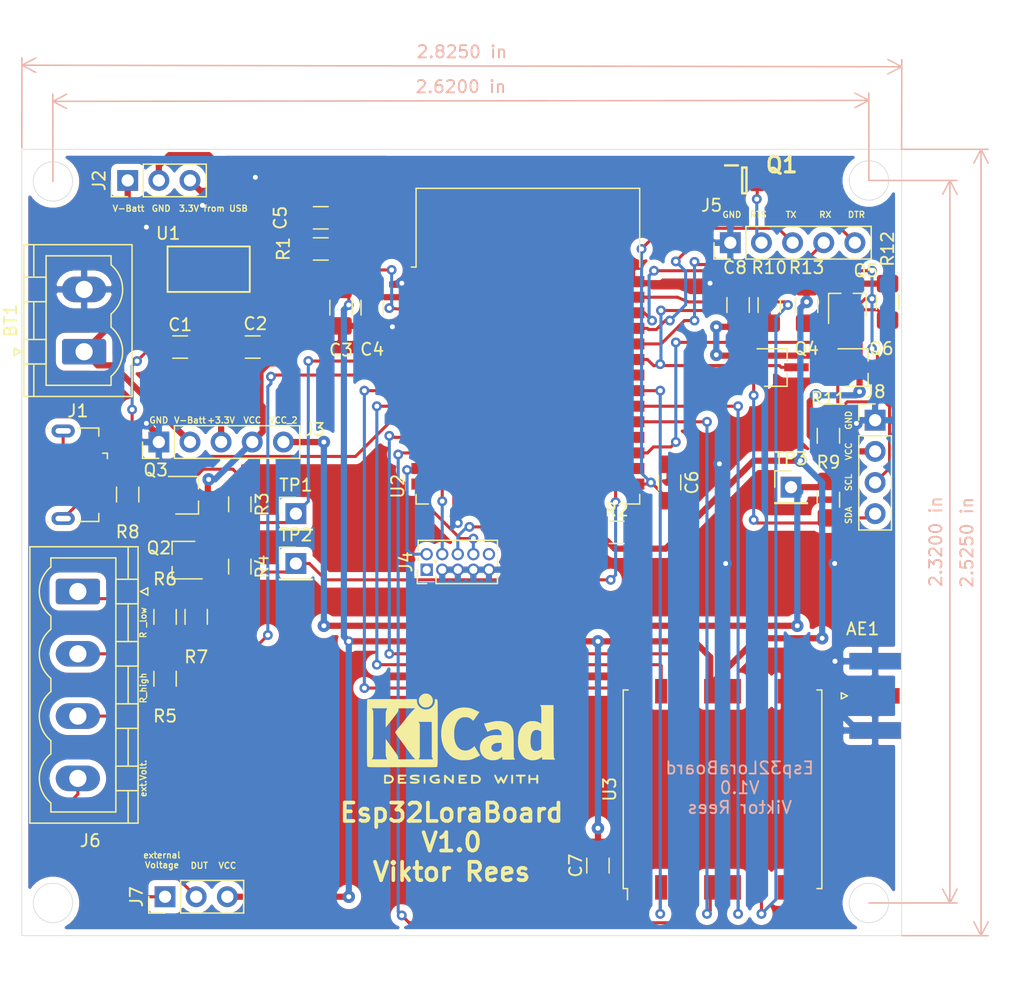
<source format=kicad_pcb>
(kicad_pcb (version 20171130) (host pcbnew 5.1.4-e60b266~84~ubuntu18.04.1)
  (title_block (title EspLoraBoard) (date 2020-03-22) (rev 1.0) (company "Viktor Rees"))
  (layers (0 F.Cu signal) (31 B.Cu signal) (34 B.Paste user) (35 F.Paste user) (36 B.SilkS user) (37 F.SilkS user) (38 B.Mask user) (39 F.Mask user) (44 Edge.Cuts user))
  (net 0 "")
  (net 1 GND)
  (net 2 "Net-(AE1-Pad1)")
  (net 3 "Net-(C1-Pad1)")
  (net 4 +3V3)
  (net 5 "Net-(J1-Pad3)")
  (net 6 "Net-(J1-Pad4)")
  (net 7 "Net-(J1-Pad2)")
  (net 8 "Net-(J1-Pad6)")
  (net 9 "Net-(U2-Pad4)")
  (net 10 "Net-(U2-Pad5)")
  (net 11 /IO2)
  (net 12 /IO1)
  (net 13 /IRQ)
  (net 14 /MOSI)
  (net 15 "Net-(U2-Pad17)")
  (net 16 "Net-(U2-Pad18)")
  (net 17 "Net-(U2-Pad19)")
  (net 18 "Net-(U2-Pad20)")
  (net 19 "Net-(U2-Pad21)")
  (net 20 "Net-(U2-Pad22)")
  (net 21 "Net-(U2-Pad24)")
  (net 22 "Net-(U2-Pad28)")
  (net 23 /SCK)
  (net 24 /CS)
  (net 25 /MISO)
  (net 26 "Net-(U2-Pad32)")
  (net 27 /RST)
  (net 28 "Net-(U3-Pad7)")
  (net 29 "Net-(U3-Pad11)")
  (net 30 "Net-(U3-Pad12)")
  (net 31 /V-Batt)
  (net 32 VCC)
  (net 33 /Reset)
  (net 34 /Boot)
  (net 35 /VCC_2)
  (net 36 "Net-(J4-Pad1)")
  (net 37 /TMS)
  (net 38 /TCK)
  (net 39 /TDO)
  (net 40 /TDI)
  (net 41 "Net-(J4-Pad10)")
  (net 42 /RTS)
  (net 43 /TX)
  (net 44 /RX)
  (net 45 /DTR)
  (net 46 "Net-(J6-Pad1)")
  (net 47 /U_EXT_MEASURE)
  (net 48 "Net-(J6-Pad3)")
  (net 49 "Net-(J6-Pad4)")
  (net 50 /SCL_2)
  (net 51 /U_EXT_ENABLE)
  (net 52 /UBAT_ENABLE)
  (net 53 "Net-(Q3-Pad2)")
  (net 54 /SDA_2)
  (net 55 /SDA)
  (net 56 /POWER_ENABLE)
  (net 57 /SCL)
  (net 58 /UBAT_MEASURE)
  (module Symbol:KiCad-Logo2_6mm_SilkScreen (layer F.Cu) (at 139.954 105.791)
    (fp_text reference REF** hide)
    (fp_text value KiCad-Logo2_6mm_SilkScreen hide)
  )
  (module Package_TO_SOT_SMD:TSOT-23_HandSoldering (layer F.Cu) (at 165.608 76.2)
    (fp_text reference Q4 (at 2.54 -1.524) (layer F.SilkS))
    (fp_text value Si2302DS_NMOS)
    (pad 1 smd rect (at -1.71 -0.95) (size 2 0.65) (layers F.Cu F.Paste F.Mask) (net 35 /VCC_2))
    (pad 2 smd rect (at -1.71 0.95) (size 2 0.65) (layers F.Cu F.Paste F.Mask) (net 54 /SDA_2))
    (pad 3 smd rect (at 1.71 0) (size 2 0.65) (layers F.Cu F.Paste F.Mask) (net 55 /SDA))
  )
  (module Connector_PinHeader_2.54mm:PinHeader_1x03_P2.54mm_Vertical (layer F.Cu) (at 112.776 60.96 90)
    (fp_text reference J2 (at 0 -2.33 90) (layer F.SilkS))
    (fp_text value Power-Selector)
    (pad 1 thru_hole rect (at 0 0 90) (size 1.7 1.7) (drill 1) (layers *.Cu *.Mask) (net 31 /V-Batt))
    (pad 2 thru_hole oval (at 0 2.54 90) (size 1.7 1.7) (drill 1) (layers *.Cu *.Mask) (net 32 VCC))
    (pad 3 thru_hole oval (at 0 5.08 90) (size 1.7 1.7) (drill 1) (layers *.Cu *.Mask) (net 4 +3V3))
  )
  (module Resistor_SMD:R_1206_3216Metric_Pad1.42x1.75mm_HandSolder (layer F.Cu) (at 128.524 66.548)
    (fp_text reference R1 (at -3.048 0 90) (layer F.SilkS))
    (fp_text value 10k)
    (pad 1 smd roundrect (at -1.4875 0) (size 1.425 1.75) (layers F.Cu F.Paste F.Mask) (roundrect_rratio 0.175439) (net 32 VCC))
    (pad 2 smd roundrect (at 1.4875 0) (size 1.425 1.75) (layers F.Cu F.Paste F.Mask) (roundrect_rratio 0.175439) (net 33 /Reset))
  )
  (module lib_fp:SOT65P230X110-6N (layer F.Cu) (at 163.068 60.96)
    (fp_text reference Q1 (at 3.048 -1.27) (layer F.SilkS) (effects (font (size 1.27 1.27) (thickness 0.254))))
    (fp_text value UMH3N hide)
    (pad 1 smd rect (at -1.05 -0.65 90) (size 0.45 1.05) (layers F.Cu F.Paste F.Mask) (net 45 /DTR))
    (pad 2 smd rect (at -1.05 0 90) (size 0.45 1.05) (layers F.Cu F.Paste F.Mask) (net 42 /RTS))
    (pad 3 smd rect (at -1.05 0.65 90) (size 0.45 1.05) (layers F.Cu F.Paste F.Mask) (net 34 /Boot))
    (pad 4 smd rect (at 1.05 0.65 90) (size 0.45 1.05) (layers F.Cu F.Paste F.Mask) (net 42 /RTS))
    (pad 5 smd rect (at 1.05 0 90) (size 0.45 1.05) (layers F.Cu F.Paste F.Mask) (net 45 /DTR))
    (pad 6 smd rect (at 1.05 -0.65 90) (size 0.45 1.05) (layers F.Cu F.Paste F.Mask) (net 33 /Reset))
  )
  (module lib_fp:SOT230P696X180-4N (layer F.Cu) (at 119.38 68.199 90)
    (fp_text reference U1 (at 2.921 -3.302 180) (layer F.SilkS))
    (fp_text value LM3940IMP-3.3)
    (pad 1 smd rect (at -3.2004 -2.3114 90) (size 1.6002 0.8382) (layers F.Cu F.Paste F.Mask) (net 3 "Net-(C1-Pad1)"))
    (pad 2 smd rect (at -3.2004 0 90) (size 1.6002 0.8382) (layers F.Cu F.Paste F.Mask) (net 1 GND))
    (pad 3 smd rect (at -3.2004 2.3114 90) (size 1.6002 0.8382) (layers F.Cu F.Paste F.Mask) (net 4 +3V3))
    (pad 4 smd rect (at 3.2004 0 90) (size 1.6002 3.0988) (layers F.Cu F.Paste F.Mask) (net 1 GND))
  )
  (module Capacitor_SMD:C_1206_3216Metric_Pad1.42x1.75mm_HandSolder (layer F.Cu) (at 122.9725 74.549 180)
    (fp_text reference C2 (at -0.2175 1.905) (layer F.SilkS))
    (fp_text value 10u)
    (pad 2 smd roundrect (at 1.4875 0 180) (size 1.425 1.75) (layers F.Cu F.Paste F.Mask) (roundrect_rratio 0.175439) (net 1 GND))
    (pad 1 smd roundrect (at -1.4875 0 180) (size 1.425 1.75) (layers F.Cu F.Paste F.Mask) (roundrect_rratio 0.175439) (net 4 +3V3))
  )
  (module Capacitor_SMD:C_1206_3216Metric_Pad1.42x1.75mm_HandSolder (layer F.Cu) (at 117.0575 74.549)
    (fp_text reference C1 (at 0 -1.82) (layer F.SilkS))
    (fp_text value 100n)
    (pad 1 smd roundrect (at -1.4875 0) (size 1.425 1.75) (layers F.Cu F.Paste F.Mask) (roundrect_rratio 0.175439) (net 3 "Net-(C1-Pad1)"))
    (pad 2 smd roundrect (at 1.4875 0) (size 1.425 1.75) (layers F.Cu F.Paste F.Mask) (roundrect_rratio 0.175439) (net 1 GND))
  )
  (module RF_Module:ESP32-WROOM-32 (layer F.Cu) (at 145.415 77.47)
    (fp_text reference U2 (at -10.61 8.43 90) (layer F.SilkS))
    (fp_text value ESP32-WROOM-32)
    (pad 39 smd rect (at -1 -0.755) (size 5 5) (layers F.Cu F.Paste F.Mask))
    (pad 1 smd rect (at -8.5 -8.255) (size 2 0.9) (layers F.Cu F.Paste F.Mask) (net 1 GND))
    (pad 2 smd rect (at -8.5 -6.985) (size 2 0.9) (layers F.Cu F.Paste F.Mask) (net 32 VCC))
    (pad 3 smd rect (at -8.5 -5.715) (size 2 0.9) (layers F.Cu F.Paste F.Mask) (net 33 /Reset))
    (pad 4 smd rect (at -8.5 -4.445) (size 2 0.9) (layers F.Cu F.Paste F.Mask) (net 9 "Net-(U2-Pad4)"))
    (pad 5 smd rect (at -8.5 -3.175) (size 2 0.9) (layers F.Cu F.Paste F.Mask) (net 10 "Net-(U2-Pad5)"))
    (pad 6 smd rect (at -8.5 -1.905) (size 2 0.9) (layers F.Cu F.Paste F.Mask) (net 58 /UBAT_MEASURE))
    (pad 7 smd rect (at -8.5 -0.635) (size 2 0.9) (layers F.Cu F.Paste F.Mask) (net 47 /U_EXT_MEASURE))
    (pad 8 smd rect (at -8.5 0.635) (size 2 0.9) (layers F.Cu F.Paste F.Mask) (net 11 /IO2))
    (pad 9 smd rect (at -8.5 1.905) (size 2 0.9) (layers F.Cu F.Paste F.Mask) (net 12 /IO1))
    (pad 10 smd rect (at -8.5 3.175) (size 2 0.9) (layers F.Cu F.Paste F.Mask) (net 52 /UBAT_ENABLE))
    (pad 11 smd rect (at -8.5 4.445) (size 2 0.9) (layers F.Cu F.Paste F.Mask) (net 13 /IRQ))
    (pad 12 smd rect (at -8.5 5.715) (size 2 0.9) (layers F.Cu F.Paste F.Mask) (net 14 /MOSI))
    (pad 13 smd rect (at -8.5 6.985) (size 2 0.9) (layers F.Cu F.Paste F.Mask) (net 37 /TMS))
    (pad 14 smd rect (at -8.5 8.255) (size 2 0.9) (layers F.Cu F.Paste F.Mask) (net 40 /TDI))
    (pad 15 smd rect (at -5.715 9.255 90) (size 2 0.9) (layers F.Cu F.Paste F.Mask) (net 1 GND))
    (pad 16 smd rect (at -4.445 9.255 90) (size 2 0.9) (layers F.Cu F.Paste F.Mask) (net 38 /TCK))
    (pad 17 smd rect (at -3.175 9.255 90) (size 2 0.9) (layers F.Cu F.Paste F.Mask) (net 15 "Net-(U2-Pad17)"))
    (pad 18 smd rect (at -1.905 9.255 90) (size 2 0.9) (layers F.Cu F.Paste F.Mask) (net 16 "Net-(U2-Pad18)"))
    (pad 19 smd rect (at -0.635 9.255 90) (size 2 0.9) (layers F.Cu F.Paste F.Mask) (net 17 "Net-(U2-Pad19)"))
    (pad 20 smd rect (at 0.635 9.255 90) (size 2 0.9) (layers F.Cu F.Paste F.Mask) (net 18 "Net-(U2-Pad20)"))
    (pad 21 smd rect (at 1.905 9.255 90) (size 2 0.9) (layers F.Cu F.Paste F.Mask) (net 19 "Net-(U2-Pad21)"))
    (pad 22 smd rect (at 3.175 9.255 90) (size 2 0.9) (layers F.Cu F.Paste F.Mask) (net 20 "Net-(U2-Pad22)"))
    (pad 23 smd rect (at 4.445 9.255 90) (size 2 0.9) (layers F.Cu F.Paste F.Mask) (net 39 /TDO))
    (pad 24 smd rect (at 5.715 9.255 90) (size 2 0.9) (layers F.Cu F.Paste F.Mask) (net 21 "Net-(U2-Pad24)"))
    (pad 25 smd rect (at 8.5 8.255) (size 2 0.9) (layers F.Cu F.Paste F.Mask) (net 34 /Boot))
    (pad 26 smd rect (at 8.5 6.985) (size 2 0.9) (layers F.Cu F.Paste F.Mask) (net 51 /U_EXT_ENABLE))
    (pad 27 smd rect (at 8.5 5.715) (size 2 0.9) (layers F.Cu F.Paste F.Mask) (net 56 /POWER_ENABLE))
    (pad 28 smd rect (at 8.5 4.445) (size 2 0.9) (layers F.Cu F.Paste F.Mask) (net 22 "Net-(U2-Pad28)"))
    (pad 29 smd rect (at 8.5 3.175) (size 2 0.9) (layers F.Cu F.Paste F.Mask) (net 23 /SCK))
    (pad 30 smd rect (at 8.5 1.905) (size 2 0.9) (layers F.Cu F.Paste F.Mask) (net 24 /CS))
    (pad 31 smd rect (at 8.5 0.635) (size 2 0.9) (layers F.Cu F.Paste F.Mask) (net 25 /MISO))
    (pad 32 smd rect (at 8.5 -0.635) (size 2 0.9) (layers F.Cu F.Paste F.Mask) (net 26 "Net-(U2-Pad32)"))
    (pad 33 smd rect (at 8.5 -1.905) (size 2 0.9) (layers F.Cu F.Paste F.Mask) (net 55 /SDA))
    (pad 34 smd rect (at 8.5 -3.175) (size 2 0.9) (layers F.Cu F.Paste F.Mask) (net 44 /RX))
    (pad 35 smd rect (at 8.5 -4.445) (size 2 0.9) (layers F.Cu F.Paste F.Mask) (net 43 /TX))
    (pad 36 smd rect (at 8.5 -5.715) (size 2 0.9) (layers F.Cu F.Paste F.Mask) (net 57 /SCL))
    (pad 37 smd rect (at 8.5 -6.985) (size 2 0.9) (layers F.Cu F.Paste F.Mask) (net 27 /RST))
    (pad 38 smd rect (at 8.5 -8.255) (size 2 0.9) (layers F.Cu F.Paste F.Mask) (net 1 GND))
  )
  (module Capacitor_SMD:C_1206_3216Metric_Pad1.42x1.75mm_HandSolder (layer F.Cu) (at 130.175 71.3375 270)
    (fp_text reference C3 (at 3.4655 0 180) (layer F.SilkS))
    (fp_text value 1u)
    (pad 2 smd roundrect (at 1.4875 0 270) (size 1.425 1.75) (layers F.Cu F.Paste F.Mask) (roundrect_rratio 0.175439) (net 1 GND))
    (pad 1 smd roundrect (at -1.4875 0 270) (size 1.425 1.75) (layers F.Cu F.Paste F.Mask) (roundrect_rratio 0.175439) (net 32 VCC))
  )
  (module Capacitor_SMD:C_1206_3216Metric_Pad1.42x1.75mm_HandSolder (layer F.Cu) (at 132.715 71.3375 270)
    (fp_text reference C4 (at 3.402 0 180) (layer F.SilkS))
    (fp_text value 100n)
    (pad 1 smd roundrect (at -1.4875 0 270) (size 1.425 1.75) (layers F.Cu F.Paste F.Mask) (roundrect_rratio 0.175439) (net 32 VCC))
    (pad 2 smd roundrect (at 1.4875 0 270) (size 1.425 1.75) (layers F.Cu F.Paste F.Mask) (roundrect_rratio 0.175439) (net 1 GND))
  )
  (module Connector_Coaxial:SMA_Samtec_SMA-J-P-H-ST-EM1_EdgeMount (layer F.Cu) (at 173.736 102.997)
    (fp_text reference AE1 (at -1.016 -5.461 180) (layer F.SilkS))
    (fp_text value Antenna_Shield)
    (pad 2 smd rect (at 0 2.825 90) (size 1.35 4.2) (layers B.Cu B.Paste B.Mask) (net 1 GND))
    (pad 2 smd rect (at 0 -2.825 90) (size 1.35 4.2) (layers B.Cu B.Paste B.Mask) (net 1 GND))
    (pad 2 smd rect (at 0 2.825 90) (size 1.35 4.2) (layers F.Cu F.Paste F.Mask) (net 1 GND))
    (pad 2 smd rect (at 0 -2.825 90) (size 1.35 4.2) (layers F.Cu F.Paste F.Mask) (net 1 GND))
    (pad 1 smd rect (at 0.2 0 90) (size 1.27 3.6) (layers F.Cu F.Paste F.Mask) (net 2 "Net-(AE1-Pad1)"))
  )
  (module RF_Module:HOPERF_RFM9XW_SMD (layer F.Cu) (at 161.29 110.617 90)
    (fp_text reference U3 (at 0 -9.2 90) (layer F.SilkS))
    (fp_text value RFM95W-868S2)
    (pad 1 smd rect (at -8 -7 90) (size 2 1) (layers F.Cu F.Paste F.Mask) (net 1 GND))
    (pad 2 smd rect (at -8 -5 90) (size 2 1) (layers F.Cu F.Paste F.Mask) (net 25 /MISO))
    (pad 3 smd rect (at -8 -3 90) (size 2 1) (layers F.Cu F.Paste F.Mask) (net 14 /MOSI))
    (pad 4 smd rect (at -8 -1 90) (size 2 1) (layers F.Cu F.Paste F.Mask) (net 23 /SCK))
    (pad 5 smd rect (at -8 1 90) (size 2 1) (layers F.Cu F.Paste F.Mask) (net 24 /CS))
    (pad 6 smd rect (at -8 3 90) (size 2 1) (layers F.Cu F.Paste F.Mask) (net 27 /RST))
    (pad 7 smd rect (at -8 5 90) (size 2 1) (layers F.Cu F.Paste F.Mask) (net 28 "Net-(U3-Pad7)"))
    (pad 8 smd rect (at -8 7 90) (size 2 1) (layers F.Cu F.Paste F.Mask) (net 1 GND))
    (pad 9 smd rect (at 8 7 90) (size 2 1) (layers F.Cu F.Paste F.Mask) (net 2 "Net-(AE1-Pad1)"))
    (pad 10 smd rect (at 8 5 90) (size 2 1) (layers F.Cu F.Paste F.Mask) (net 1 GND))
    (pad 11 smd rect (at 8 3 90) (size 2 1) (layers F.Cu F.Paste F.Mask) (net 29 "Net-(U3-Pad11)"))
    (pad 12 smd rect (at 8 1 90) (size 2 1) (layers F.Cu F.Paste F.Mask) (net 30 "Net-(U3-Pad12)"))
    (pad 13 smd rect (at 8 -1 90) (size 2 1) (layers F.Cu F.Paste F.Mask) (net 32 VCC))
    (pad 14 smd rect (at 8 -3 90) (size 2 1) (layers F.Cu F.Paste F.Mask) (net 13 /IRQ))
    (pad 15 smd rect (at 8 -5 90) (size 2 1) (layers F.Cu F.Paste F.Mask) (net 12 /IO1))
    (pad 16 smd rect (at 8 -7 90) (size 2 1) (layers F.Cu F.Paste F.Mask) (net 11 /IO2))
  )
  (module Connector_USB:USB_Micro-B_GCT_USB3076-30-A (layer F.Cu) (at 108.712 84.963 270)
    (fp_text reference J1 (at -5.207 0 180) (layer F.SilkS))
    (fp_text value USB_B_Micro)
    (pad 6 smd rect (at 1.125 1.2 270) (size 1.75 1.9) (layers F.Cu F.Paste F.Mask) (net 8 "Net-(J1-Pad6)"))
    (pad 2 smd rect (at -0.65 -1.45 270) (size 0.4 1.4) (layers F.Cu F.Paste F.Mask) (net 7 "Net-(J1-Pad2)"))
    (pad 1 smd rect (at -1.3 -1.45 270) (size 0.4 1.4) (layers F.Cu F.Paste F.Mask) (net 3 "Net-(C1-Pad1)"))
    (pad 5 smd rect (at 1.3 -1.45 270) (size 0.4 1.4) (layers F.Cu F.Paste F.Mask) (net 1 GND))
    (pad 4 smd rect (at 0.65 -1.45 270) (size 0.4 1.4) (layers F.Cu F.Paste F.Mask) (net 6 "Net-(J1-Pad4)"))
    (pad 3 smd rect (at 0 -1.45 270) (size 0.4 1.4) (layers F.Cu F.Paste F.Mask) (net 5 "Net-(J1-Pad3)"))
    (pad 6 smd rect (at -1.125 1.2 270) (size 1.75 1.9) (layers F.Cu F.Paste F.Mask) (net 8 "Net-(J1-Pad6)"))
    (pad 6 thru_hole oval (at -3.575 1.2 90) (size 1.05 1.9) (drill oval 0.45 1.25) (layers *.Cu *.Mask) (net 8 "Net-(J1-Pad6)"))
    (pad 6 thru_hole oval (at 3.575 1.2 270) (size 1.05 1.9) (drill oval 0.45 1.25) (layers *.Cu *.Mask) (net 8 "Net-(J1-Pad6)"))
    (pad 6 smd rect (at 2.32 -1.03 270) (size 1.15 1.45) (layers F.Cu F.Paste F.Mask) (net 8 "Net-(J1-Pad6)"))
    (pad 6 smd rect (at -2.32 -1.03 270) (size 1.15 1.45) (layers F.Cu F.Paste F.Mask) (net 8 "Net-(J1-Pad6)"))
  )
  (module Capacitor_SMD:C_1206_3216Metric_Pad1.42x1.75mm_HandSolder (layer F.Cu) (at 128.524 64.008 180)
    (fp_text reference C5 (at 3.302 0 90) (layer F.SilkS))
    (fp_text value 1n)
    (pad 1 smd roundrect (at -1.4875 0 180) (size 1.425 1.75) (layers F.Cu F.Paste F.Mask) (roundrect_rratio 0.175439) (net 33 /Reset))
    (pad 2 smd roundrect (at 1.4875 0 180) (size 1.425 1.75) (layers F.Cu F.Paste F.Mask) (roundrect_rratio 0.175439) (net 1 GND))
  )
  (module Capacitor_SMD:C_1206_3216Metric_Pad1.42x1.75mm_HandSolder (layer F.Cu) (at 156.972 85.598 270)
    (fp_text reference C6 (at 0 -1.82 90) (layer F.SilkS))
    (fp_text value 1n)
    (pad 2 smd roundrect (at 1.4875 0 270) (size 1.425 1.75) (layers F.Cu F.Paste F.Mask) (roundrect_rratio 0.175439) (net 34 /Boot))
    (pad 1 smd roundrect (at -1.4875 0 270) (size 1.425 1.75) (layers F.Cu F.Paste F.Mask) (roundrect_rratio 0.175439) (net 1 GND))
  )
  (module Capacitor_SMD:C_1206_3216Metric_Pad1.42x1.75mm_HandSolder (layer F.Cu) (at 151.13 116.84 90)
    (fp_text reference C7 (at 0 -1.82 90) (layer F.SilkS))
    (fp_text value 100n)
    (pad 2 smd roundrect (at 1.4875 0 90) (size 1.425 1.75) (layers F.Cu F.Paste F.Mask) (roundrect_rratio 0.175439) (net 32 VCC))
    (pad 1 smd roundrect (at -1.4875 0 90) (size 1.425 1.75) (layers F.Cu F.Paste F.Mask) (roundrect_rratio 0.175439) (net 1 GND))
  )
  (module Capacitor_SMD:C_1206_3216Metric_Pad1.42x1.75mm_HandSolder (layer F.Cu) (at 162.56 71.12 90)
    (fp_text reference C8 (at 3.048 -0.254 180) (layer F.SilkS))
    (fp_text value 100n)
    (pad 1 smd roundrect (at -1.4875 0 90) (size 1.425 1.75) (layers F.Cu F.Paste F.Mask) (roundrect_rratio 0.175439) (net 35 /VCC_2))
    (pad 2 smd roundrect (at 1.4875 0 90) (size 1.425 1.75) (layers F.Cu F.Paste F.Mask) (roundrect_rratio 0.175439) (net 1 GND))
  )
  (module Connector_PinHeader_1.27mm:PinHeader_2x05_P1.27mm_Vertical (layer F.Cu) (at 137.16 92.71 90)
    (fp_text reference J4 (at 0.635 -1.695 90) (layer F.SilkS))
    (fp_text value ESP_PROG_JTAG)
    (pad 1 thru_hole rect (at 0 0 90) (size 1 1) (drill 0.65) (layers *.Cu *.Mask) (net 36 "Net-(J4-Pad1)"))
    (pad 2 thru_hole oval (at 1.27 0 90) (size 1 1) (drill 0.65) (layers *.Cu *.Mask) (net 37 /TMS))
    (pad 3 thru_hole oval (at 0 1.27 90) (size 1 1) (drill 0.65) (layers *.Cu *.Mask) (net 1 GND))
    (pad 4 thru_hole oval (at 1.27 1.27 90) (size 1 1) (drill 0.65) (layers *.Cu *.Mask) (net 38 /TCK))
    (pad 5 thru_hole oval (at 0 2.54 90) (size 1 1) (drill 0.65) (layers *.Cu *.Mask) (net 1 GND))
    (pad 6 thru_hole oval (at 1.27 2.54 90) (size 1 1) (drill 0.65) (layers *.Cu *.Mask) (net 39 /TDO))
    (pad 7 thru_hole oval (at 0 3.81 90) (size 1 1) (drill 0.65) (layers *.Cu *.Mask) (net 1 GND))
    (pad 8 thru_hole oval (at 1.27 3.81 90) (size 1 1) (drill 0.65) (layers *.Cu *.Mask) (net 40 /TDI))
    (pad 9 thru_hole oval (at 0 5.08 90) (size 1 1) (drill 0.65) (layers *.Cu *.Mask) (net 1 GND))
    (pad 10 thru_hole oval (at 1.27 5.08 90) (size 1 1) (drill 0.65) (layers *.Cu *.Mask) (net 41 "Net-(J4-Pad10)"))
  )
  (module Connector_PinHeader_2.54mm:PinHeader_1x05_P2.54mm_Vertical (layer F.Cu) (at 161.925 66.04 90)
    (fp_text reference J5 (at 3.048 -1.524 180) (layer F.SilkS))
    (fp_text value Prog)
    (pad 1 thru_hole rect (at 0 0 90) (size 1.7 1.7) (drill 1) (layers *.Cu *.Mask) (net 1 GND))
    (pad 2 thru_hole oval (at 0 2.54 90) (size 1.7 1.7) (drill 1) (layers *.Cu *.Mask) (net 42 /RTS))
    (pad 3 thru_hole oval (at 0 5.08 90) (size 1.7 1.7) (drill 1) (layers *.Cu *.Mask) (net 43 /TX))
    (pad 4 thru_hole oval (at 0 7.62 90) (size 1.7 1.7) (drill 1) (layers *.Cu *.Mask) (net 44 /RX))
    (pad 5 thru_hole oval (at 0 10.16 90) (size 1.7 1.7) (drill 1) (layers *.Cu *.Mask) (net 45 /DTR))
  )
  (module Connector_Phoenix_MSTB:PhoenixContact_MSTBVA_2,5_4-G-5,08_1x04_P5.08mm_Vertical (layer F.Cu) (at 108.712 94.488 270)
    (fp_text reference J6 (at 20.32 -1.016 180) (layer F.SilkS))
    (fp_text value ext_Measure)
    (pad 1 thru_hole roundrect (at 0 0 270) (size 2.08 3.6) (drill 1.4) (layers *.Cu *.Mask) (roundrect_rratio 0.120192) (net 46 "Net-(J6-Pad1)"))
    (pad 2 thru_hole oval (at 5.08 0 270) (size 2.08 3.6) (drill 1.4) (layers *.Cu *.Mask) (net 47 /U_EXT_MEASURE))
    (pad 3 thru_hole oval (at 10.16 0 270) (size 2.08 3.6) (drill 1.4) (layers *.Cu *.Mask) (net 48 "Net-(J6-Pad3)"))
    (pad 4 thru_hole oval (at 15.24 0 270) (size 2.08 3.6) (drill 1.4) (layers *.Cu *.Mask) (net 49 "Net-(J6-Pad4)"))
  )
  (module Connector_PinHeader_2.54mm:PinHeader_1x03_P2.54mm_Vertical (layer F.Cu) (at 115.824 119.38 90)
    (fp_text reference J7 (at 0 -2.33 90) (layer F.SilkS))
    (fp_text value Measurement-Selector)
    (pad 3 thru_hole oval (at 0 5.08 90) (size 1.7 1.7) (drill 1) (layers *.Cu *.Mask) (net 32 VCC))
    (pad 2 thru_hole oval (at 0 2.54 90) (size 1.7 1.7) (drill 1) (layers *.Cu *.Mask) (net 48 "Net-(J6-Pad3)"))
    (pad 1 thru_hole rect (at 0 0 90) (size 1.7 1.7) (drill 1) (layers *.Cu *.Mask) (net 49 "Net-(J6-Pad4)"))
  )
  (module Package_TO_SOT_SMD:TSOT-23_HandSoldering (layer F.Cu) (at 117.348 91.948 180)
    (fp_text reference Q2 (at 2.032 1.016) (layer F.SilkS))
    (fp_text value Si2302DS_NMOS)
    (pad 3 smd rect (at 1.71 0 180) (size 2 0.65) (layers F.Cu F.Paste F.Mask) (net 46 "Net-(J6-Pad1)"))
    (pad 2 smd rect (at -1.71 0.95 180) (size 2 0.65) (layers F.Cu F.Paste F.Mask) (net 1 GND))
    (pad 1 smd rect (at -1.71 -0.95 180) (size 2 0.65) (layers F.Cu F.Paste F.Mask) (net 51 /U_EXT_ENABLE))
  )
  (module Package_TO_SOT_SMD:TSOT-23_HandSoldering (layer F.Cu) (at 117.602 86.614)
    (fp_text reference Q3 (at -2.54 -2.032) (layer F.SilkS))
    (fp_text value Si2301DS_PMOS)
    (pad 1 smd rect (at -1.71 -0.95) (size 2 0.65) (layers F.Cu F.Paste F.Mask) (net 52 /UBAT_ENABLE))
    (pad 2 smd rect (at -1.71 0.95) (size 2 0.65) (layers F.Cu F.Paste F.Mask) (net 53 "Net-(Q3-Pad2)"))
    (pad 3 smd rect (at 1.71 0) (size 2 0.65) (layers F.Cu F.Paste F.Mask) (net 32 VCC))
  )
  (module Package_TO_SOT_SMD:TSOT-23_HandSoldering (layer F.Cu) (at 171.45 71.12 90)
    (fp_text reference Q5 (at 2.794 1.524 180) (layer F.SilkS))
    (fp_text value Si2301DS_PMOS)
    (pad 1 smd rect (at -1.71 -0.95 90) (size 2 0.65) (layers F.Cu F.Paste F.Mask) (net 56 /POWER_ENABLE))
    (pad 2 smd rect (at -1.71 0.95 90) (size 2 0.65) (layers F.Cu F.Paste F.Mask) (net 35 /VCC_2))
    (pad 3 smd rect (at 1.71 0 90) (size 2 0.65) (layers F.Cu F.Paste F.Mask) (net 32 VCC))
  )
  (module Package_TO_SOT_SMD:TSOT-23_HandSoldering (layer F.Cu) (at 172.212 76.2)
    (fp_text reference Q6 (at 2.032 -1.524) (layer F.SilkS))
    (fp_text value Si2302DS_NMOS)
    (pad 3 smd rect (at 1.71 0) (size 2 0.65) (layers F.Cu F.Paste F.Mask) (net 57 /SCL))
    (pad 2 smd rect (at -1.71 0.95) (size 2 0.65) (layers F.Cu F.Paste F.Mask) (net 50 /SCL_2))
    (pad 1 smd rect (at -1.71 -0.95) (size 2 0.65) (layers F.Cu F.Paste F.Mask) (net 35 /VCC_2))
  )
  (module Resistor_SMD:R_1206_3216Metric_Pad1.42x1.75mm_HandSolder (layer F.Cu) (at 152.654 89.662)
    (fp_text reference R2 (at 0 -1.82) (layer F.SilkS))
    (fp_text value 10k)
    (pad 1 smd roundrect (at -1.4875 0) (size 1.425 1.75) (layers F.Cu F.Paste F.Mask) (roundrect_rratio 0.175439) (net 32 VCC))
    (pad 2 smd roundrect (at 1.4875 0) (size 1.425 1.75) (layers F.Cu F.Paste F.Mask) (roundrect_rratio 0.175439) (net 34 /Boot))
  )
  (module Resistor_SMD:R_1206_3216Metric_Pad1.42x1.75mm_HandSolder (layer F.Cu) (at 121.92 87.376 270)
    (fp_text reference R3 (at 0 -1.82 90) (layer F.SilkS))
    (fp_text value 10k)
    (pad 2 smd roundrect (at 1.4875 0 270) (size 1.425 1.75) (layers F.Cu F.Paste F.Mask) (roundrect_rratio 0.175439) (net 58 /UBAT_MEASURE))
    (pad 1 smd roundrect (at -1.4875 0 270) (size 1.425 1.75) (layers F.Cu F.Paste F.Mask) (roundrect_rratio 0.175439) (net 53 "Net-(Q3-Pad2)"))
  )
  (module Resistor_SMD:R_1206_3216Metric_Pad1.42x1.75mm_HandSolder (layer F.Cu) (at 121.92 92.456 270)
    (fp_text reference R4 (at 0 -1.82 90) (layer F.SilkS))
    (fp_text value 10k)
    (pad 2 smd roundrect (at 1.4875 0 270) (size 1.425 1.75) (layers F.Cu F.Paste F.Mask) (roundrect_rratio 0.175439) (net 1 GND))
    (pad 1 smd roundrect (at -1.4875 0 270) (size 1.425 1.75) (layers F.Cu F.Paste F.Mask) (roundrect_rratio 0.175439) (net 58 /UBAT_MEASURE))
  )
  (module Resistor_SMD:R_1206_3216Metric_Pad1.42x1.75mm_HandSolder (layer F.Cu) (at 115.824 101.6 90)
    (fp_text reference R5 (at -3.048 0 180) (layer F.SilkS))
    (fp_text value optional)
    (pad 1 smd roundrect (at -1.4875 0 90) (size 1.425 1.75) (layers F.Cu F.Paste F.Mask) (roundrect_rratio 0.175439) (net 48 "Net-(J6-Pad3)"))
    (pad 2 smd roundrect (at 1.4875 0 90) (size 1.425 1.75) (layers F.Cu F.Paste F.Mask) (roundrect_rratio 0.175439) (net 47 /U_EXT_MEASURE))
  )
  (module Resistor_SMD:R_1206_3216Metric_Pad1.42x1.75mm_HandSolder (layer F.Cu) (at 115.824 96.5565 90)
    (fp_text reference R6 (at 3.0845 0 180) (layer F.SilkS))
    (fp_text value optional)
    (pad 1 smd roundrect (at -1.4875 0 90) (size 1.425 1.75) (layers F.Cu F.Paste F.Mask) (roundrect_rratio 0.175439) (net 47 /U_EXT_MEASURE))
    (pad 2 smd roundrect (at 1.4875 0 90) (size 1.425 1.75) (layers F.Cu F.Paste F.Mask) (roundrect_rratio 0.175439) (net 46 "Net-(J6-Pad1)"))
  )
  (module Resistor_SMD:R_1206_3216Metric_Pad1.42x1.75mm_HandSolder (layer F.Cu) (at 118.364 96.5565 270)
    (fp_text reference R7 (at 3.2655 0 180) (layer F.SilkS))
    (fp_text value 100k)
    (pad 2 smd roundrect (at 1.4875 0 270) (size 1.425 1.75) (layers F.Cu F.Paste F.Mask) (roundrect_rratio 0.175439) (net 1 GND))
    (pad 1 smd roundrect (at -1.4875 0 270) (size 1.425 1.75) (layers F.Cu F.Paste F.Mask) (roundrect_rratio 0.175439) (net 51 /U_EXT_ENABLE))
  )
  (module Resistor_SMD:R_1206_3216Metric_Pad1.42x1.75mm_HandSolder (layer F.Cu) (at 112.776 86.5775 90)
    (fp_text reference R8 (at -3.048 0 180) (layer F.SilkS))
    (fp_text value 100k)
    (pad 1 smd roundrect (at -1.4875 0 90) (size 1.425 1.75) (layers F.Cu F.Paste F.Mask) (roundrect_rratio 0.175439) (net 32 VCC))
    (pad 2 smd roundrect (at 1.4875 0 90) (size 1.425 1.75) (layers F.Cu F.Paste F.Mask) (roundrect_rratio 0.175439) (net 52 /UBAT_ENABLE))
  )
  (module Resistor_SMD:R_1206_3216Metric_Pad1.42x1.75mm_HandSolder (layer F.Cu) (at 169.926 86.995 270)
    (fp_text reference R9 (at -3.048 0) (layer F.SilkS))
    (fp_text value 10k)
    (pad 1 smd roundrect (at -1.4875 0 270) (size 1.425 1.75) (layers F.Cu F.Paste F.Mask) (roundrect_rratio 0.175439) (net 35 /VCC_2))
    (pad 2 smd roundrect (at 1.4875 0 270) (size 1.425 1.75) (layers F.Cu F.Paste F.Mask) (roundrect_rratio 0.175439) (net 54 /SDA_2))
  )
  (module Resistor_SMD:R_1206_3216Metric_Pad1.42x1.75mm_HandSolder (layer F.Cu) (at 165.1 71.12 270)
    (fp_text reference R10 (at -3.048 0 180) (layer F.SilkS))
    (fp_text value 10k)
    (pad 2 smd roundrect (at 1.4875 0 270) (size 1.425 1.75) (layers F.Cu F.Paste F.Mask) (roundrect_rratio 0.175439) (net 55 /SDA))
    (pad 1 smd roundrect (at -1.4875 0 270) (size 1.425 1.75) (layers F.Cu F.Paste F.Mask) (roundrect_rratio 0.175439) (net 32 VCC))
  )
  (module Resistor_SMD:R_1206_3216Metric_Pad1.42x1.75mm_HandSolder (layer F.Cu) (at 169.926 81.788 90)
    (fp_text reference R11 (at 3.048 0 180) (layer F.SilkS))
    (fp_text value 10k)
    (pad 2 smd roundrect (at 1.4875 0 90) (size 1.425 1.75) (layers F.Cu F.Paste F.Mask) (roundrect_rratio 0.175439) (net 50 /SCL_2))
    (pad 1 smd roundrect (at -1.4875 0 90) (size 1.425 1.75) (layers F.Cu F.Paste F.Mask) (roundrect_rratio 0.175439) (net 35 /VCC_2))
  )
  (module Resistor_SMD:R_1206_3216Metric_Pad1.42x1.75mm_HandSolder (layer F.Cu) (at 174.752 70.866 270)
    (fp_text reference R12 (at -4.318 0 90) (layer F.SilkS))
    (fp_text value 100k)
    (pad 2 smd roundrect (at 1.4875 0 270) (size 1.425 1.75) (layers F.Cu F.Paste F.Mask) (roundrect_rratio 0.175439) (net 56 /POWER_ENABLE))
    (pad 1 smd roundrect (at -1.4875 0 270) (size 1.425 1.75) (layers F.Cu F.Paste F.Mask) (roundrect_rratio 0.175439) (net 32 VCC))
  )
  (module Resistor_SMD:R_1206_3216Metric_Pad1.42x1.75mm_HandSolder (layer F.Cu) (at 168.148 71.12 270)
    (fp_text reference R13 (at -3.048 0 180) (layer F.SilkS))
    (fp_text value 10k)
    (pad 1 smd roundrect (at -1.4875 0 270) (size 1.425 1.75) (layers F.Cu F.Paste F.Mask) (roundrect_rratio 0.175439) (net 32 VCC))
    (pad 2 smd roundrect (at 1.4875 0 270) (size 1.425 1.75) (layers F.Cu F.Paste F.Mask) (roundrect_rratio 0.175439) (net 57 /SCL))
  )
  (module Connector_PinHeader_2.54mm:PinHeader_1x01_P2.54mm_Vertical (layer F.Cu) (at 126.492 88.138)
    (fp_text reference TP1 (at 0 -2.33) (layer F.SilkS))
    (fp_text value TP_U_BATT)
    (pad 1 thru_hole rect (at 0 0) (size 1.7 1.7) (drill 1) (layers *.Cu *.Mask) (net 58 /UBAT_MEASURE))
  )
  (module Connector_PinHeader_2.54mm:PinHeader_1x01_P2.54mm_Vertical (layer F.Cu) (at 126.492 92.202)
    (fp_text reference TP2 (at 0 -2.33) (layer F.SilkS))
    (fp_text value TP_U_EXT)
    (pad 1 thru_hole rect (at 0 0) (size 1.7 1.7) (drill 1) (layers *.Cu *.Mask) (net 51 /U_EXT_ENABLE))
  )
  (module Connector_PinHeader_2.54mm:PinHeader_1x01_P2.54mm_Vertical (layer F.Cu) (at 166.878 85.979)
    (fp_text reference TP3 (at 0 -2.33) (layer F.SilkS))
    (fp_text value VCC_2)
    (pad 1 thru_hole rect (at 0 0) (size 1.7 1.7) (drill 1) (layers *.Cu *.Mask) (net 35 /VCC_2))
  )
  (module Connector_PinHeader_2.54mm:PinHeader_1x05_P2.54mm_Vertical (layer F.Cu) (at 115.316 82.296 90)
    (fp_text reference J3 (at 1.016 12.7 180) (layer F.SilkS))
    (fp_text value Testpoints)
    (pad 1 thru_hole rect (at 0 0 90) (size 1.7 1.7) (drill 1) (layers *.Cu *.Mask) (net 1 GND))
    (pad 2 thru_hole oval (at 0 2.54 90) (size 1.7 1.7) (drill 1) (layers *.Cu *.Mask) (net 31 /V-Batt))
    (pad 3 thru_hole oval (at 0 5.08 90) (size 1.7 1.7) (drill 1) (layers *.Cu *.Mask) (net 4 +3V3))
    (pad 4 thru_hole oval (at 0 7.62 90) (size 1.7 1.7) (drill 1) (layers *.Cu *.Mask) (net 32 VCC))
    (pad 5 thru_hole oval (at 0 10.16 90) (size 1.7 1.7) (drill 1) (layers *.Cu *.Mask) (net 35 /VCC_2))
  )
  (module Connector_PinHeader_2.54mm:PinHeader_1x04_P2.54mm_Vertical (layer F.Cu) (at 173.736 80.518)
    (fp_text reference J8 (at 0 -2.33) (layer F.SilkS))
    (fp_text value OLED_128x64)
    (pad 1 thru_hole rect (at 0 0) (size 1.7 1.7) (drill 1) (layers *.Cu *.Mask) (net 1 GND))
    (pad 2 thru_hole oval (at 0 2.54) (size 1.7 1.7) (drill 1) (layers *.Cu *.Mask) (net 35 /VCC_2))
    (pad 3 thru_hole oval (at 0 5.08) (size 1.7 1.7) (drill 1) (layers *.Cu *.Mask) (net 50 /SCL_2))
    (pad 4 thru_hole oval (at 0 7.62) (size 1.7 1.7) (drill 1) (layers *.Cu *.Mask) (net 54 /SDA_2))
  )
  (module Connector_Phoenix_MSTB:PhoenixContact_MSTBVA_2,5_2-G-5,08_1x02_P5.08mm_Vertical (layer F.Cu) (at 109.22 74.93 90)
    (fp_text reference BT1 (at 2.54 -6 90) (layer F.SilkS))
    (fp_text value LiFePo-Batterie)
    (pad 1 thru_hole roundrect (at 0 0 90) (size 2.08 3.6) (drill 1.4) (layers *.Cu *.Mask) (roundrect_rratio 0.120192) (net 31 /V-Batt))
    (pad 2 thru_hole oval (at 5.08 0 90) (size 2.08 3.6) (drill 1.4) (layers *.Cu *.Mask) (net 1 GND))
  )
  (gr_text "R _low" (at 114.046 97.028 90) (layer F.SilkS) (effects (font (size 0.5 0.5) (thickness 0.1))))
  (gr_text R_high (at 114.046 102.362 90) (layer F.SilkS) (effects (font (size 0.5 0.5) (thickness 0.1))))
  (gr_text ext.Volt. (at 114.046 109.728 90) (layer F.SilkS) (effects (font (size 0.5 0.5) (thickness 0.1))))
  (gr_text DTR (at 172.212 63.754) (layer F.SilkS) (effects (font (size 0.5 0.5) (thickness 0.1))))
  (gr_text RX (at 169.672 63.754) (layer F.SilkS) (effects (font (size 0.5 0.5) (thickness 0.1))))
  (gr_text TX (at 166.878 63.754) (layer F.SilkS) (effects (font (size 0.5 0.5) (thickness 0.1))))
  (gr_text RTS (at 164.211 63.754) (layer F.SilkS) (effects (font (size 0.5 0.5) (thickness 0.1))))
  (gr_text GND (at 162.052 63.754) (layer F.SilkS) (effects (font (size 0.5 0.5) (thickness 0.1))))
  (dimension 58.928 (width 0.12) (layer B.SilkS) (gr_text "58,928 mm" (at 181.102 90.424 270) (layer B.SilkS) (effects (font (size 1 1) (thickness 0.15)))) (feature1 (pts (xy 173.228 119.888) (xy 180.418421 119.888))) (feature2 (pts (xy 173.228 60.96) (xy 180.418421 60.96))) (crossbar (pts (xy 179.832 60.96) (xy 179.832 119.888))) (arrow1a (pts (xy 179.832 119.888) (xy 179.245579 118.761496))) (arrow1b (pts (xy 179.832 119.888) (xy 180.418421 118.761496))) (arrow2a (pts (xy 179.832 60.96) (xy 179.245579 62.086504))) (arrow2b (pts (xy 179.832 60.96) (xy 180.418421 62.086504))))
  (dimension 66.548051 (width 0.12) (layer B.SilkS) (gr_text "66,548 mm" (at 139.944337 53.200583 0.07097568311) (layer B.SilkS) (effects (font (size 1 1) (thickness 0.15)))) (feature1 (pts (xy 173.228 60.96) (xy 173.219184 53.842944))) (feature2 (pts (xy 106.68 61.042437) (xy 106.671184 53.925381))) (crossbar (pts (xy 106.67191 54.511801) (xy 173.21991 54.429364))) (arrow1a (pts (xy 173.21991 54.429364) (xy 172.094134 55.01718))) (arrow1b (pts (xy 173.21991 54.429364) (xy 172.092681 53.844339))) (arrow2a (pts (xy 106.67191 54.511801) (xy 107.799139 55.096826))) (arrow2b (pts (xy 106.67191 54.511801) (xy 107.797686 53.923985))))
  (dimension 64.135 (width 0.12) (layer B.SilkS) (gr_text "64,135 mm" (at 183.642 90.4875 90) (layer B.SilkS) (effects (font (size 1 1) (thickness 0.15)))) (feature1 (pts (xy 175.895 58.42) (xy 182.958421 58.42))) (feature2 (pts (xy 175.895 122.555) (xy 182.958421 122.555))) (crossbar (pts (xy 182.372 122.555) (xy 182.372 58.42))) (arrow1a (pts (xy 182.372 58.42) (xy 182.958421 59.546504))) (arrow1b (pts (xy 182.372 58.42) (xy 181.785579 59.546504))) (arrow2a (pts (xy 182.372 122.555) (xy 182.958421 121.428496))) (arrow2b (pts (xy 182.372 122.555) (xy 181.785579 121.428496))))
  (dimension 71.755112 (width 0.12) (layer B.SilkS) (gr_text "71,755 mm" (at 140.031662 50.355299 359.8985916) (layer B.SilkS) (effects (font (size 1 1) (thickness 0.15)))) (feature1 (pts (xy 175.895 58.42) (xy 175.907952 51.102377))) (feature2 (pts (xy 104.14 58.293) (xy 104.152952 50.975377))) (crossbar (pts (xy 104.151914 51.561797) (xy 175.906914 51.688797))) (arrow1a (pts (xy 175.906914 51.688797) (xy 174.779374 52.273223))) (arrow1b (pts (xy 175.906914 51.688797) (xy 174.78145 51.100383))) (arrow2a (pts (xy 104.151914 51.561797) (xy 105.277378 52.150211))) (arrow2b (pts (xy 104.151914 51.561797) (xy 105.279454 50.977371))))
  (gr_text "Esp32LoraBoard\nV1.0\nViktor Rees" (at 162.687 110.49) (layer B.SilkS) (effects (font (size 1 1)) (justify mirror)))
  (gr_text "Esp32LoraBoard\nV1.0\nViktor Rees" (at 139.192 114.935) (layer F.SilkS) (effects (font (size 1.5 1.5) (thickness 0.3))))
  (gr_text GND (at 171.577 80.518 90) (layer F.SilkS) (effects (font (size 0.5 0.5) (thickness 0.1))))
  (gr_text VCC (at 171.577 83.058 90) (layer F.SilkS) (effects (font (size 0.5 0.5) (thickness 0.1))))
  (gr_text SCL (at 171.577 85.598 90) (layer F.SilkS) (effects (font (size 0.5 0.5) (thickness 0.1))))
  (gr_text SDA (at 171.577 88.265 90) (layer F.SilkS) (effects (font (size 0.5 0.5) (thickness 0.1))))
  (gr_text "external\nVoltage" (at 115.57 116.3955) (layer F.SilkS) (effects (font (size 0.5 0.5) (thickness 0.1))))
  (gr_text VCC (at 120.904 116.84) (layer F.SilkS) (effects (font (size 0.5 0.5) (thickness 0.1))))
  (gr_text DUT (at 118.618 116.84) (layer F.SilkS) (effects (font (size 0.5 0.5) (thickness 0.1))))
  (gr_text V-Batt (at 112.8395 63.246) (layer F.SilkS) (effects (font (size 0.5 0.5) (thickness 0.1))))
  (gr_text GND (at 115.5065 63.246) (layer F.SilkS) (effects (font (size 0.5 0.5) (thickness 0.1))))
  (gr_text VCC_2 (at 125.476 80.518) (layer F.SilkS) (effects (font (size 0.5 0.5) (thickness 0.1))))
  (gr_text VCC (at 122.936 80.518) (layer F.SilkS) (effects (font (size 0.5 0.5) (thickness 0.1))))
  (gr_text +3.3V (at 120.396 80.518) (layer F.SilkS) (effects (font (size 0.5 0.5) (thickness 0.1))))
  (gr_text V-Batt (at 117.856 80.518) (layer F.SilkS) (effects (font (size 0.5 0.5) (thickness 0.1))))
  (gr_text GND (at 115.316 80.518) (layer F.SilkS) (effects (font (size 0.5 0.5) (thickness 0.1))))
  (gr_text "3.3V from USB" (at 119.761 63.246) (layer F.SilkS) (effects (font (size 0.5 0.5) (thickness 0.1))))
  (gr_circle (center 173.228 119.888) (end 173.736 121.412) (layer Edge.Cuts) (width 0.05))
  (gr_circle (center 106.68 119.888) (end 107.188 121.412) (layer Edge.Cuts) (width 0.05))
  (gr_circle (center 173.228 60.96) (end 173.736 62.484) (layer Edge.Cuts) (width 0.05))
  (gr_circle (center 106.68 61.042437) (end 107.188 62.566437) (layer Edge.Cuts) (width 0.05))
  (gr_line (start 104.14 122.555) (end 175.895 122.555) (layer Edge.Cuts) (width 0.05))
  (gr_line (start 104.14 58.42) (end 104.14 122.555) (layer Edge.Cuts) (width 0.05))
  (gr_line (start 175.895 58.42) (end 104.14 58.42) (layer Edge.Cuts) (width 0.05))
  (gr_line (start 175.895 122.555) (end 175.895 58.42) (layer Edge.Cuts) (width 0.05))
  (segment (start 139.7 86.725) (end 139.7 88.9) (width 0.25) (layer F.Cu) (net 1))
  (via (at 139.7 88.9) (size 0.8) (drill 0.4) (layers F.Cu B.Cu) (net 1))
  (via (at 170.465 100.172) (size 0.8) (drill 0.4) (layers F.Cu B.Cu) (net 1))
  (via (at 170.465 100.172) (size 0.8) (drill 0.4) (layers F.Cu B.Cu) (net 1))
  (segment (start 160.567 66.04) (end 160.274 66.333) (width 0.508) (layer B.Cu) (net 1))
  (segment (start 161.925 66.04) (end 160.567 66.04) (width 0.508) (layer B.Cu) (net 1))
  (via (at 160.274 69.342) (size 1.016) (drill 0.4) (layers F.Cu B.Cu) (net 1))
  (segment (start 160.274 66.333) (end 160.274 69.342) (width 0.508) (layer B.Cu) (net 1))
  (segment (start 154.042 69.342) (end 153.915 69.215) (width 0.508) (layer F.Cu) (net 1))
  (segment (start 160.274 69.342) (end 154.042 69.342) (width 0.508) (layer F.Cu) (net 1))
  (segment (start 162.2695 69.342) (end 162.56 69.6325) (width 0.508) (layer F.Cu) (net 1))
  (segment (start 160.274 69.342) (end 162.2695 69.342) (width 0.508) (layer F.Cu) (net 1))
  (segment (start 127.0365 64.008) (end 123.7345 60.706) (width 0.508) (layer F.Cu) (net 1))
  (via (at 123.19 60.706) (size 1.016) (drill 0.4) (layers F.Cu B.Cu) (net 1))
  (segment (start 123.7345 60.706) (end 123.19 60.706) (width 0.508) (layer F.Cu) (net 1))
  (segment (start 123.19 60.706) (end 121.158 60.706) (width 0.508) (layer B.Cu) (net 1))
  (via (at 118.872 62.992) (size 1.016) (drill 0.4) (layers F.Cu B.Cu) (net 1))
  (segment (start 121.158 60.706) (end 118.872 62.992) (width 0.508) (layer B.Cu) (net 1))
  (segment (start 118.872 64.4906) (end 119.38 64.9986) (width 0.508) (layer F.Cu) (net 1))
  (segment (start 118.872 62.992) (end 118.872 64.4906) (width 0.508) (layer F.Cu) (net 1))
  (via (at 135.135347 69.342) (size 1.016) (drill 0.4) (layers F.Cu B.Cu) (net 1))
  (segment (start 136.915 69.215) (end 135.262347 69.215) (width 0.508) (layer F.Cu) (net 1))
  (segment (start 135.262347 69.215) (end 135.135347 69.342) (width 0.508) (layer F.Cu) (net 1))
  (segment (start 135.135347 69.342) (end 135.135347 72.128653) (width 0.508) (layer B.Cu) (net 1))
  (via (at 134.366 72.898) (size 1.016) (drill 0.4) (layers F.Cu B.Cu) (net 1))
  (segment (start 135.135347 72.128653) (end 134.366 72.898) (width 0.508) (layer B.Cu) (net 1))
  (segment (start 132.788 72.898) (end 132.715 72.825) (width 0.508) (layer F.Cu) (net 1))
  (segment (start 134.366 72.898) (end 132.788 72.898) (width 0.508) (layer F.Cu) (net 1))
  (segment (start 169.899315 100.172) (end 170.465 100.172) (width 0.508) (layer F.Cu) (net 1))
  (segment (start 167.227 100.172) (end 169.899315 100.172) (width 0.508) (layer F.Cu) (net 1))
  (segment (start 166.29 101.109) (end 167.227 100.172) (width 0.508) (layer F.Cu) (net 1))
  (segment (start 166.29 102.617) (end 166.29 101.109) (width 0.508) (layer F.Cu) (net 1))
  (segment (start 170.465 100.172) (end 173.736 100.172) (width 0.508) (layer F.Cu) (net 1))
  (segment (start 172.311 105.822) (end 173.736 105.822) (width 0.508) (layer B.Cu) (net 1))
  (segment (start 170.465 103.976) (end 172.311 105.822) (width 0.508) (layer B.Cu) (net 1))
  (segment (start 170.465 100.172) (end 170.465 103.976) (width 0.508) (layer B.Cu) (net 1))
  (segment (start 170.465 100.172) (end 173.736 100.172) (width 0.508) (layer B.Cu) (net 1))
  (segment (start 172.378 80.518) (end 173.736 80.518) (width 0.508) (layer B.Cu) (net 1))
  (segment (start 170.465 82.431) (end 172.378 80.518) (width 0.508) (layer B.Cu) (net 1))
  (segment (start 170.465 100.172) (end 170.465 82.431) (width 0.508) (layer B.Cu) (net 1))
  (via (at 172.212 80.772) (size 1.016) (drill 0.4) (layers F.Cu B.Cu) (net 1))
  (segment (start 173.736 80.518) (end 172.466 80.518) (width 0.508) (layer F.Cu) (net 1))
  (segment (start 172.466 80.518) (end 172.212 80.772) (width 0.508) (layer F.Cu) (net 1))
  (via (at 161.036 84.074) (size 1.016) (drill 0.4) (layers F.Cu B.Cu) (net 1))
  (segment (start 156.972 84.1105) (end 160.9995 84.1105) (width 0.508) (layer F.Cu) (net 1))
  (segment (start 160.9995 84.1105) (end 161.036 84.074) (width 0.508) (layer F.Cu) (net 1))
  (via (at 161.544 92.202) (size 1.016) (drill 0.4) (layers F.Cu B.Cu) (net 1))
  (segment (start 161.036 84.074) (end 161.544 84.582) (width 0.508) (layer B.Cu) (net 1))
  (segment (start 161.544 84.582) (end 161.544 92.202) (width 0.508) (layer B.Cu) (net 1))
  (via (at 170.434 92.202) (size 1.016) (drill 0.4) (layers F.Cu B.Cu) (net 1))
  (segment (start 161.544 92.202) (end 170.434 92.202) (width 0.508) (layer F.Cu) (net 1))
  (via (at 114.3 80.772) (size 1.016) (drill 0.4) (layers F.Cu B.Cu) (net 1))
  (segment (start 115.316 82.296) (end 115.316 81.788) (width 0.508) (layer F.Cu) (net 1))
  (segment (start 115.316 81.788) (end 114.3 80.772) (width 0.508) (layer F.Cu) (net 1))
  (via (at 114.3 64.77) (size 1.016) (drill 0.4) (layers F.Cu B.Cu) (net 1))
  (segment (start 114.807999 65.277999) (end 114.3 64.77) (width 0.508) (layer B.Cu) (net 1))
  (segment (start 114.3 80.772) (end 114.807999 80.264001) (width 0.508) (layer B.Cu) (net 1))
  (segment (start 114.807999 80.264001) (end 114.807999 65.277999) (width 0.508) (layer B.Cu) (net 1))
  (segment (start 119.1514 64.77) (end 119.38 64.9986) (width 0.508) (layer F.Cu) (net 1))
  (segment (start 114.3 64.77) (end 119.1514 64.77) (width 0.508) (layer F.Cu) (net 1))
  (segment (start 111.225201 86.267001) (end 110.843203 86.267001) (width 0.508) (layer F.Cu) (net 1))
  (segment (start 111.316001 86.176201) (end 111.225201 86.267001) (width 0.508) (layer F.Cu) (net 1))
  (segment (start 111.316001 84.466877) (end 111.316001 86.176201) (width 0.508) (layer F.Cu) (net 1))
  (segment (start 115.316 82.296) (end 113.486878 82.296) (width 0.508) (layer F.Cu) (net 1))
  (segment (start 113.486878 82.296) (end 111.316001 84.466877) (width 0.508) (layer F.Cu) (net 1))
  (segment (start 168.29 102.617) (end 174.445 102.617) (width 0.25) (layer F.Cu) (net 2))
  (segment (start 115.57 74.549) (end 115.57 72.2289) (width 0.25) (layer F.Cu) (net 3))
  (segment (start 115.57 72.2289) (end 116.3995 71.3994) (width 0.25) (layer F.Cu) (net 3))
  (segment (start 117.0686 71.0184) (end 117.0686 71.3994) (width 0.25) (layer F.Cu) (net 3))
  (segment (start 117.0686 71.3994) (end 116.3995 71.3994) (width 0.25) (layer F.Cu) (net 3))
  (segment (start 115.57 74.549) (end 114.681 74.549) (width 0.25) (layer F.Cu) (net 3))
  (via (at 113.538 75.692) (size 0.8) (drill 0.4) (layers F.Cu B.Cu) (net 3))
  (segment (start 114.681 74.549) (end 113.538 75.692) (width 0.25) (layer F.Cu) (net 3))
  (segment (start 113.138001 76.091999) (end 113.138001 79.647999) (width 0.25) (layer B.Cu) (net 3))
  (segment (start 113.538 75.692) (end 113.138001 76.091999) (width 0.25) (layer B.Cu) (net 3))
  (via (at 113.138001 79.647999) (size 0.8) (drill 0.4) (layers F.Cu B.Cu) (net 3))
  (segment (start 110.662 83.663) (end 110.162 83.663) (width 0.25) (layer F.Cu) (net 3))
  (segment (start 113.138001 81.186999) (end 110.662 83.663) (width 0.25) (layer F.Cu) (net 3))
  (segment (start 113.138001 79.647999) (end 113.138001 81.186999) (width 0.25) (layer F.Cu) (net 3))
  (segment (start 121.6914 70.0913) (end 121.6914 71.3994) (width 0.508) (layer F.Cu) (net 4))
  (segment (start 121.6914 64.143298) (end 121.6914 70.0913) (width 0.508) (layer F.Cu) (net 4))
  (segment (start 119.358101 61.809999) (end 121.6914 64.143298) (width 0.508) (layer F.Cu) (net 4))
  (segment (start 118.705999 61.809999) (end 119.358101 61.809999) (width 0.508) (layer F.Cu) (net 4))
  (segment (start 117.856 60.96) (end 118.705999 61.809999) (width 0.508) (layer F.Cu) (net 4))
  (segment (start 121.6914 71.7804) (end 124.46 74.549) (width 0.508) (layer F.Cu) (net 4))
  (segment (start 121.6914 71.3994) (end 121.6914 71.7804) (width 0.508) (layer F.Cu) (net 4))
  (segment (start 120.396 78.613) (end 120.396 82.296) (width 0.508) (layer F.Cu) (net 4))
  (segment (start 124.46 74.549) (end 120.396 78.613) (width 0.508) (layer F.Cu) (net 4))
  (segment (start 109.592 82.643) (end 108.712 83.523) (width 0.25) (layer F.Cu) (net 8))
  (segment (start 109.742 82.643) (end 109.592 82.643) (width 0.25) (layer F.Cu) (net 8))
  (segment (start 107.827 83.523) (end 107.512 83.838) (width 0.25) (layer F.Cu) (net 8))
  (segment (start 108.712 83.523) (end 107.827 83.523) (width 0.25) (layer F.Cu) (net 8))
  (segment (start 107.512 83.838) (end 107.512 86.088) (width 0.25) (layer F.Cu) (net 8))
  (segment (start 107.587 86.088) (end 108.712 87.213) (width 0.25) (layer F.Cu) (net 8))
  (segment (start 107.512 86.088) (end 107.587 86.088) (width 0.25) (layer F.Cu) (net 8))
  (segment (start 108.712 87.228) (end 108.767 87.283) (width 0.25) (layer F.Cu) (net 8))
  (segment (start 108.712 87.213) (end 108.712 87.228) (width 0.25) (layer F.Cu) (net 8))
  (segment (start 107.512 83.838) (end 107.512 81.388) (width 0.25) (layer F.Cu) (net 8))
  (segment (start 108.767 87.283) (end 107.512 88.538) (width 0.25) (layer F.Cu) (net 8))
  (segment (start 109.742 87.283) (end 108.767 87.283) (width 0.25) (layer F.Cu) (net 8))
  (via (at 132.08 78.105) (size 0.8) (drill 0.4) (layers F.Cu B.Cu) (net 11))
  (segment (start 136.915 78.105) (end 132.08 78.105) (width 0.25) (layer F.Cu) (net 11))
  (via (at 132.08 102.362) (size 0.8) (drill 0.4) (layers F.Cu B.Cu) (net 11))
  (segment (start 132.08 78.105) (end 132.08 100.33) (width 0.25) (layer B.Cu) (net 11))
  (segment (start 154.035 102.362) (end 154.29 102.617) (width 0.25) (layer F.Cu) (net 11))
  (segment (start 132.08 102.362) (end 154.035 102.362) (width 0.25) (layer F.Cu) (net 11))
  (segment (start 132.08 100.33) (end 132.08 102.362) (width 0.25) (layer B.Cu) (net 11))
  (segment (start 136.915 79.375) (end 133.096 79.375) (width 0.25) (layer F.Cu) (net 12))
  (via (at 133.096 79.375) (size 0.8) (drill 0.4) (layers F.Cu B.Cu) (net 12))
  (segment (start 156.29 100.537) (end 156.29 102.617) (width 0.25) (layer F.Cu) (net 12))
  (segment (start 156.21 100.457) (end 156.29 100.537) (width 0.25) (layer F.Cu) (net 12))
  (segment (start 133.096 100.457) (end 156.21 100.457) (width 0.25) (layer F.Cu) (net 12))
  (via (at 133.096 100.457) (size 0.8) (drill 0.4) (layers F.Cu B.Cu) (net 12))
  (segment (start 133.096 79.375) (end 133.096 98.425) (width 0.25) (layer B.Cu) (net 12))
  (segment (start 133.096 98.425) (end 133.096 100.457) (width 0.25) (layer B.Cu) (net 12))
  (via (at 134.112 81.788) (size 0.8) (drill 0.4) (layers F.Cu B.Cu) (net 13))
  (segment (start 136.915 81.915) (end 134.239 81.915) (width 0.25) (layer F.Cu) (net 13))
  (segment (start 134.239 81.915) (end 134.112 81.788) (width 0.25) (layer F.Cu) (net 13))
  (segment (start 134.112 81.788) (end 134.112 97.536) (width 0.25) (layer B.Cu) (net 13))
  (via (at 134.112 99.568) (size 0.8) (drill 0.4) (layers F.Cu B.Cu) (net 13))
  (segment (start 134.112 99.568) (end 157.988 99.568) (width 0.25) (layer F.Cu) (net 13))
  (segment (start 158.29 99.87) (end 158.29 102.617) (width 0.25) (layer F.Cu) (net 13))
  (segment (start 157.988 99.568) (end 158.29 99.87) (width 0.25) (layer F.Cu) (net 13))
  (segment (start 134.112 97.536) (end 134.112 99.568) (width 0.25) (layer B.Cu) (net 13))
  (via (at 134.837 83.312) (size 0.8) (drill 0.4) (layers F.Cu B.Cu) (net 14))
  (segment (start 136.915 83.185) (end 134.964 83.185) (width 0.25) (layer F.Cu) (net 14))
  (segment (start 134.964 83.185) (end 134.837 83.312) (width 0.25) (layer F.Cu) (net 14))
  (segment (start 134.837 118.581) (end 134.837 83.312) (width 0.25) (layer B.Cu) (net 14))
  (segment (start 135.128 120.904) (end 135.726001 121.502001) (width 0.25) (layer F.Cu) (net 14))
  (segment (start 157.897999 121.502001) (end 158.29 121.11) (width 0.25) (layer F.Cu) (net 14))
  (segment (start 158.29 121.11) (end 158.29 118.617) (width 0.25) (layer F.Cu) (net 14))
  (segment (start 135.726001 121.502001) (end 157.897999 121.502001) (width 0.25) (layer F.Cu) (net 14))
  (via (at 135.128 120.904) (size 0.8) (drill 0.4) (layers F.Cu B.Cu) (net 14))
  (segment (start 135.128 120.904) (end 134.837 120.613) (width 0.25) (layer B.Cu) (net 14))
  (segment (start 134.837 120.613) (end 134.837 118.581) (width 0.25) (layer B.Cu) (net 14))
  (segment (start 153.915 80.645) (end 155.165 80.645) (width 0.25) (layer F.Cu) (net 23))
  (via (at 160.02 80.645) (size 0.8) (drill 0.4) (layers F.Cu B.Cu) (net 23))
  (segment (start 155.165 80.645) (end 160.02 80.645) (width 0.25) (layer F.Cu) (net 23))
  (segment (start 160.02 80.645) (end 160.02 118.745) (width 0.25) (layer B.Cu) (net 23))
  (via (at 160.02 120.777) (size 0.8) (drill 0.4) (layers F.Cu B.Cu) (net 23))
  (segment (start 160.29 120.507) (end 160.02 120.777) (width 0.25) (layer F.Cu) (net 23))
  (segment (start 160.29 118.617) (end 160.29 120.507) (width 0.25) (layer F.Cu) (net 23))
  (segment (start 160.02 118.745) (end 160.02 120.777) (width 0.25) (layer B.Cu) (net 23))
  (via (at 162.56 120.777) (size 0.8) (drill 0.4) (layers F.Cu B.Cu) (net 24))
  (segment (start 162.56 118.887) (end 162.29 118.617) (width 0.25) (layer F.Cu) (net 24))
  (segment (start 162.56 120.777) (end 162.56 118.887) (width 0.25) (layer F.Cu) (net 24))
  (via (at 162.56 79.375) (size 0.8) (drill 0.4) (layers F.Cu B.Cu) (net 24))
  (segment (start 153.915 79.375) (end 162.56 79.375) (width 0.25) (layer F.Cu) (net 24))
  (segment (start 162.56 119.507) (end 162.56 120.777) (width 0.25) (layer B.Cu) (net 24))
  (segment (start 162.56 79.375) (end 162.56 117.475) (width 0.25) (layer B.Cu) (net 24))
  (segment (start 162.56 117.475) (end 162.56 120.777) (width 0.25) (layer B.Cu) (net 24))
  (via (at 156.21 78.105) (size 0.8) (drill 0.4) (layers F.Cu B.Cu) (net 25))
  (segment (start 153.915 78.105) (end 156.21 78.105) (width 0.25) (layer F.Cu) (net 25))
  (via (at 156.21 120.777) (size 0.8) (drill 0.4) (layers F.Cu B.Cu) (net 25))
  (segment (start 156.21 78.105) (end 156.21 118.745) (width 0.25) (layer B.Cu) (net 25))
  (segment (start 156.21 118.697) (end 156.29 118.617) (width 0.25) (layer F.Cu) (net 25))
  (segment (start 156.21 120.777) (end 156.21 118.697) (width 0.25) (layer F.Cu) (net 25))
  (segment (start 156.21 118.745) (end 156.21 120.777) (width 0.25) (layer B.Cu) (net 25))
  (segment (start 164.465 120.777) (end 164.465 120.777) (width 0.25) (layer B.Cu) (net 27))
  (via (at 164.465 120.777) (size 0.8) (drill 0.4) (layers F.Cu B.Cu) (net 27))
  (segment (start 164.465 118.792) (end 164.29 118.617) (width 0.25) (layer F.Cu) (net 27))
  (segment (start 164.465 120.777) (end 164.465 118.792) (width 0.25) (layer F.Cu) (net 27))
  (segment (start 155.165 70.485) (end 155.292 70.612) (width 0.25) (layer F.Cu) (net 27))
  (segment (start 153.915 70.485) (end 155.165 70.485) (width 0.25) (layer F.Cu) (net 27))
  (via (at 166.624 71.12) (size 0.8) (drill 0.4) (layers F.Cu B.Cu) (net 27))
  (segment (start 166.624 71.12) (end 165.640001 72.168001) (width 0.25) (layer B.Cu) (net 27))
  (segment (start 165.640001 72.168001) (end 165.640001 119.601999) (width 0.25) (layer B.Cu) (net 27))
  (segment (start 165.640001 119.601999) (end 164.465 120.777) (width 0.25) (layer B.Cu) (net 27))
  (segment (start 166.37 70.866) (end 166.624 71.12) (width 0.25) (layer F.Cu) (net 27))
  (segment (start 153.915 70.485) (end 157.607 70.485) (width 0.25) (layer F.Cu) (net 27))
  (segment (start 158.496 70.866) (end 166.37 70.866) (width 0.25) (layer F.Cu) (net 27))
  (segment (start 157.607 70.485) (end 158.496 70.866) (width 0.25) (layer F.Cu) (net 27))
  (segment (start 112.776 71.374) (end 109.22 74.93) (width 0.508) (layer F.Cu) (net 31))
  (segment (start 112.776 60.96) (end 112.776 71.374) (width 0.508) (layer F.Cu) (net 31))
  (segment (start 117.006001 81.446001) (end 117.856 82.296) (width 0.508) (layer F.Cu) (net 31))
  (segment (start 111.60071 76.04071) (end 117.006001 81.446001) (width 0.508) (layer F.Cu) (net 31))
  (segment (start 110.33071 76.04071) (end 111.60071 76.04071) (width 0.508) (layer F.Cu) (net 31))
  (segment (start 109.22 74.93) (end 110.33071 76.04071) (width 0.508) (layer F.Cu) (net 31))
  (segment (start 136.778653 70.621347) (end 136.915 70.485) (width 0.25) (layer F.Cu) (net 32))
  (segment (start 129.921 70.104) (end 130.175 69.85) (width 0.25) (layer F.Cu) (net 32))
  (via (at 130.81 98.552) (size 0.8) (drill 0.4) (layers F.Cu B.Cu) (net 32))
  (via (at 130.81 71.12) (size 0.8) (drill 0.4) (layers F.Cu B.Cu) (net 32))
  (segment (start 130.81 70.485) (end 130.175 69.85) (width 0.25) (layer F.Cu) (net 32))
  (segment (start 130.81 71.12) (end 130.81 70.485) (width 0.25) (layer F.Cu) (net 32))
  (segment (start 115.316 59.757919) (end 116.174909 58.89901) (width 0.508) (layer F.Cu) (net 32))
  (segment (start 115.316 60.96) (end 115.316 59.757919) (width 0.508) (layer F.Cu) (net 32))
  (segment (start 119.38751 58.89901) (end 127.0365 66.548) (width 0.508) (layer F.Cu) (net 32))
  (segment (start 116.174909 58.89901) (end 119.38751 58.89901) (width 0.508) (layer F.Cu) (net 32))
  (segment (start 127.0365 66.7115) (end 130.175 69.85) (width 0.508) (layer F.Cu) (net 32))
  (segment (start 127.0365 66.548) (end 127.0365 66.7115) (width 0.508) (layer F.Cu) (net 32))
  (segment (start 130.175 69.85) (end 132.715 69.85) (width 0.508) (layer F.Cu) (net 32))
  (segment (start 133.35 70.485) (end 136.915 70.485) (width 0.508) (layer F.Cu) (net 32))
  (segment (start 132.715 69.85) (end 133.35 70.485) (width 0.508) (layer F.Cu) (net 32))
  (via (at 130.81 119.38) (size 1.016) (drill 0.4) (layers F.Cu B.Cu) (net 32))
  (segment (start 130.81 98.552) (end 130.81 119.38) (width 0.508) (layer B.Cu) (net 32))
  (segment (start 130.81 119.38) (end 120.904 119.38) (width 0.508) (layer F.Cu) (net 32))
  (segment (start 130.410001 71.519999) (end 130.410001 98.152001) (width 0.508) (layer B.Cu) (net 32))
  (segment (start 130.410001 98.152001) (end 130.81 98.552) (width 0.508) (layer B.Cu) (net 32))
  (segment (start 130.81 71.12) (end 130.410001 71.519999) (width 0.508) (layer B.Cu) (net 32))
  (segment (start 130.81 98.552) (end 159.004 98.552) (width 0.508) (layer F.Cu) (net 32))
  (segment (start 160.29 99.838) (end 160.29 102.617) (width 0.508) (layer F.Cu) (net 32))
  (segment (start 159.004 98.552) (end 160.29 99.838) (width 0.508) (layer F.Cu) (net 32))
  (segment (start 119.312 87.447) (end 119.312 86.614) (width 0.508) (layer F.Cu) (net 32))
  (segment (start 117.922653 88.836347) (end 119.312 87.447) (width 0.508) (layer F.Cu) (net 32))
  (segment (start 113.547347 88.836347) (end 117.922653 88.836347) (width 0.508) (layer F.Cu) (net 32))
  (segment (start 112.776 88.065) (end 113.547347 88.836347) (width 0.508) (layer F.Cu) (net 32))
  (via (at 119.38 85.344) (size 1.016) (drill 0.4) (layers F.Cu B.Cu) (net 32))
  (segment (start 119.312 86.614) (end 119.312 85.412) (width 0.508) (layer F.Cu) (net 32))
  (segment (start 119.312 85.412) (end 119.38 85.344) (width 0.508) (layer F.Cu) (net 32))
  (segment (start 119.888 85.344) (end 122.936 82.296) (width 0.508) (layer B.Cu) (net 32))
  (segment (start 119.38 85.344) (end 119.888 85.344) (width 0.508) (layer B.Cu) (net 32))
  (segment (start 129.403653 70.621347) (end 130.175 69.85) (width 0.508) (layer F.Cu) (net 32))
  (segment (start 125.214112 75.87801) (end 128.84599 72.246132) (width 0.508) (layer F.Cu) (net 32))
  (segment (start 124.280068 75.87801) (end 125.214112 75.87801) (width 0.508) (layer F.Cu) (net 32))
  (segment (start 128.84599 71.17901) (end 129.403653 70.621347) (width 0.508) (layer F.Cu) (net 32))
  (segment (start 123.605999 76.552079) (end 124.280068 75.87801) (width 0.508) (layer F.Cu) (net 32))
  (segment (start 123.605999 79.234001) (end 123.605999 76.552079) (width 0.508) (layer F.Cu) (net 32))
  (segment (start 128.84599 72.246132) (end 128.84599 71.17901) (width 0.508) (layer F.Cu) (net 32))
  (segment (start 123.785999 79.414001) (end 123.605999 79.234001) (width 0.508) (layer F.Cu) (net 32))
  (segment (start 123.785999 81.446001) (end 123.785999 79.414001) (width 0.508) (layer F.Cu) (net 32))
  (segment (start 122.936 82.296) (end 123.785999 81.446001) (width 0.508) (layer F.Cu) (net 32))
  (via (at 151.13 113.792) (size 1.016) (drill 0.4) (layers F.Cu B.Cu) (net 32))
  (segment (start 151.13 115.3525) (end 151.13 113.792) (width 0.508) (layer F.Cu) (net 32))
  (via (at 151.13 98.552) (size 1.016) (drill 0.4) (layers F.Cu B.Cu) (net 32))
  (segment (start 151.13 113.792) (end 151.13 98.552) (width 0.508) (layer B.Cu) (net 32))
  (segment (start 171.4815 69.3785) (end 171.45 69.41) (width 0.508) (layer F.Cu) (net 32))
  (segment (start 174.752 69.3785) (end 171.4815 69.3785) (width 0.508) (layer F.Cu) (net 32))
  (segment (start 168.3705 69.41) (end 168.148 69.6325) (width 0.508) (layer F.Cu) (net 32))
  (segment (start 171.45 69.41) (end 168.3705 69.41) (width 0.508) (layer F.Cu) (net 32))
  (segment (start 168.148 69.6325) (end 165.1 69.6325) (width 0.508) (layer F.Cu) (net 32))
  (via (at 168.148 70.866) (size 1.016) (drill 0.4) (layers F.Cu B.Cu) (net 32))
  (segment (start 168.148 69.6325) (end 168.148 70.866) (width 0.508) (layer F.Cu) (net 32))
  (via (at 167.64 83.82) (size 1.016) (drill 0.4) (layers F.Cu B.Cu) (net 32))
  (segment (start 167.640001 83.819999) (end 167.64 83.82) (width 0.508) (layer B.Cu) (net 32))
  (segment (start 168.148 70.866) (end 167.640001 71.373999) (width 0.508) (layer B.Cu) (net 32))
  (segment (start 167.640001 71.373999) (end 167.640001 83.819999) (width 0.508) (layer B.Cu) (net 32))
  (segment (start 151.937847 90.433347) (end 151.1665 89.662) (width 0.508) (layer F.Cu) (net 32))
  (segment (start 152.49551 90.99101) (end 151.937847 90.433347) (width 0.508) (layer F.Cu) (net 32))
  (segment (start 156.65899 90.99101) (end 152.49551 90.99101) (width 0.508) (layer F.Cu) (net 32))
  (segment (start 163.83 83.82) (end 156.65899 90.99101) (width 0.508) (layer F.Cu) (net 32))
  (segment (start 167.64 83.82) (end 163.83 83.82) (width 0.508) (layer F.Cu) (net 32))
  (segment (start 167.64 83.82) (end 169.418 85.598) (width 0.508) (layer B.Cu) (net 32))
  (segment (start 169.418 85.598) (end 169.418 98.298) (width 0.508) (layer B.Cu) (net 32))
  (via (at 169.418 98.298) (size 1.016) (drill 0.4) (layers F.Cu B.Cu) (net 32))
  (segment (start 160.29 102.117) (end 160.29 102.617) (width 0.508) (layer F.Cu) (net 32))
  (segment (start 164.109 98.298) (end 160.29 102.117) (width 0.508) (layer F.Cu) (net 32))
  (segment (start 169.418 98.298) (end 164.109 98.298) (width 0.508) (layer F.Cu) (net 32))
  (via (at 134.302347 68.262347) (size 0.8) (drill 0.4) (layers F.Cu B.Cu) (net 33))
  (segment (start 130.0115 64.983) (end 130.0115 66.548) (width 0.25) (layer F.Cu) (net 33))
  (segment (start 130.0115 64.008) (end 130.0115 64.983) (width 0.25) (layer F.Cu) (net 33))
  (segment (start 133.736662 68.262347) (end 134.302347 68.262347) (width 0.25) (layer F.Cu) (net 33))
  (segment (start 130.750847 68.262347) (end 133.736662 68.262347) (width 0.25) (layer F.Cu) (net 33))
  (segment (start 130.0115 67.523) (end 130.750847 68.262347) (width 0.25) (layer F.Cu) (net 33))
  (segment (start 130.0115 66.548) (end 130.0115 67.523) (width 0.25) (layer F.Cu) (net 33))
  (segment (start 163.818 60.31) (end 163.198 59.69) (width 0.25) (layer F.Cu) (net 33))
  (segment (start 164.118 60.31) (end 163.818 60.31) (width 0.25) (layer F.Cu) (net 33))
  (segment (start 163.198 59.69) (end 134.3295 59.69) (width 0.25) (layer F.Cu) (net 33))
  (segment (start 134.3295 59.69) (end 130.0115 64.008) (width 0.25) (layer F.Cu) (net 33))
  (segment (start 136.788 71.628) (end 136.915 71.755) (width 0.25) (layer F.Cu) (net 33))
  (segment (start 134.302347 71.310347) (end 134.302347 68.262347) (width 0.25) (layer B.Cu) (net 33))
  (segment (start 134.112 71.374) (end 136.788 71.628) (width 0.25) (layer F.Cu) (net 33))
  (via (at 134.112 71.374) (size 0.8) (drill 0.4) (layers F.Cu B.Cu) (net 33))
  (segment (start 134.112 71.374) (end 134.302347 71.310347) (width 0.25) (layer B.Cu) (net 33))
  (segment (start 154.1415 85.9515) (end 153.915 85.725) (width 0.25) (layer F.Cu) (net 34))
  (segment (start 154.1415 89.662) (end 154.1415 85.9515) (width 0.25) (layer F.Cu) (net 34))
  (segment (start 155.6115 85.725) (end 156.972 87.0855) (width 0.25) (layer F.Cu) (net 34))
  (segment (start 153.915 85.725) (end 155.6115 85.725) (width 0.25) (layer F.Cu) (net 34))
  (segment (start 162.018 62.085) (end 158.825 65.278) (width 0.25) (layer F.Cu) (net 34))
  (segment (start 162.018 61.61) (end 162.018 62.085) (width 0.25) (layer F.Cu) (net 34))
  (segment (start 158.825 65.278) (end 155.956 65.278) (width 0.25) (layer F.Cu) (net 34))
  (via (at 154.686 66.548) (size 0.8) (drill 0.4) (layers F.Cu B.Cu) (net 34))
  (segment (start 155.956 65.278) (end 154.686 66.548) (width 0.25) (layer F.Cu) (net 34))
  (via (at 155.448 85.598) (size 0.8) (drill 0.4) (layers F.Cu B.Cu) (net 34))
  (segment (start 154.686 66.548) (end 154.686 84.836) (width 0.25) (layer B.Cu) (net 34))
  (segment (start 154.686 84.836) (end 155.448 85.598) (width 0.25) (layer B.Cu) (net 34))
  (segment (start 125.476 82.296) (end 128.778 82.296) (width 0.508) (layer F.Cu) (net 35))
  (via (at 128.778 82.296) (size 1.016) (drill 0.4) (layers F.Cu B.Cu) (net 35))
  (via (at 128.778 97.282) (size 1.016) (drill 0.4) (layers F.Cu B.Cu) (net 35))
  (segment (start 128.778 82.296) (end 128.778 97.282) (width 0.508) (layer B.Cu) (net 35))
  (via (at 167.386 97.282) (size 1.016) (drill 0.4) (layers F.Cu B.Cu) (net 35))
  (segment (start 128.778 97.282) (end 167.386 97.282) (width 0.508) (layer F.Cu) (net 35))
  (segment (start 167.386 86.614) (end 167.64 86.36) (width 0.508) (layer B.Cu) (net 35))
  (segment (start 167.386 97.282) (end 167.386 86.614) (width 0.508) (layer B.Cu) (net 35))
  (segment (start 173.4455 82.7675) (end 173.736 83.058) (width 0.508) (layer F.Cu) (net 35))
  (segment (start 172.466 72.896) (end 172.4 72.83) (width 0.508) (layer F.Cu) (net 35))
  (segment (start 172.278 75.25) (end 172.466 75.438) (width 0.508) (layer F.Cu) (net 35))
  (segment (start 170.502 75.25) (end 172.278 75.25) (width 0.508) (layer F.Cu) (net 35))
  (segment (start 172.466 75.438) (end 172.466 72.896) (width 0.508) (layer F.Cu) (net 35))
  (segment (start 170.502 75.25) (end 163.898 75.25) (width 0.508) (layer F.Cu) (net 35))
  (via (at 160.782 75.184) (size 1.016) (drill 0.4) (layers F.Cu B.Cu) (net 35))
  (segment (start 163.898 75.25) (end 160.848 75.25) (width 0.508) (layer F.Cu) (net 35))
  (segment (start 160.848 75.25) (end 160.782 75.184) (width 0.508) (layer F.Cu) (net 35))
  (segment (start 160.782 75.184) (end 160.782 72.898) (width 0.508) (layer B.Cu) (net 35))
  (via (at 160.782 72.898) (size 1.016) (drill 0.4) (layers F.Cu B.Cu) (net 35))
  (segment (start 162.2695 72.898) (end 162.56 72.6075) (width 0.508) (layer F.Cu) (net 35))
  (segment (start 160.782 72.898) (end 162.2695 72.898) (width 0.508) (layer F.Cu) (net 35))
  (segment (start 169.4545 85.979) (end 169.926 85.5075) (width 0.508) (layer F.Cu) (net 35))
  (segment (start 166.878 85.979) (end 169.4545 85.979) (width 0.508) (layer F.Cu) (net 35))
  (segment (start 169.926 85.5075) (end 169.926 83.2755) (width 0.508) (layer F.Cu) (net 35))
  (segment (start 172.466 78.188153) (end 172.466 75.438) (width 0.508) (layer F.Cu) (net 35))
  (segment (start 172.168153 78.486) (end 172.466 78.188153) (width 0.508) (layer B.Cu) (net 35))
  (segment (start 168.91 78.486) (end 172.168153 78.486) (width 0.508) (layer B.Cu) (net 35))
  (via (at 172.466 78.188153) (size 1.016) (drill 0.4) (layers F.Cu B.Cu) (net 35))
  (via (at 168.91 78.486) (size 1.016) (drill 0.4) (layers F.Cu B.Cu) (net 35))
  (segment (start 170.1435 83.058) (end 169.926 83.2755) (width 0.508) (layer F.Cu) (net 35))
  (segment (start 173.736 83.058) (end 170.1435 83.058) (width 0.508) (layer F.Cu) (net 35))
  (segment (start 168.402001 81.751501) (end 169.154653 82.504153) (width 0.508) (layer F.Cu) (net 35))
  (segment (start 168.402001 78.993999) (end 168.402001 81.751501) (width 0.508) (layer F.Cu) (net 35))
  (segment (start 169.154653 82.504153) (end 169.926 83.2755) (width 0.508) (layer F.Cu) (net 35))
  (segment (start 168.91 78.486) (end 168.402001 78.993999) (width 0.508) (layer F.Cu) (net 35))
  (segment (start 137.16 91.44) (end 135.89 91.44) (width 0.25) (layer B.Cu) (net 37))
  (via (at 135.562 84.582) (size 0.8) (drill 0.4) (layers F.Cu B.Cu) (net 37))
  (segment (start 135.89 91.44) (end 135.562 91.112) (width 0.25) (layer B.Cu) (net 37))
  (segment (start 135.562 91.112) (end 135.562 84.582) (width 0.25) (layer B.Cu) (net 37))
  (segment (start 136.788 84.582) (end 136.915 84.455) (width 0.25) (layer F.Cu) (net 37))
  (segment (start 135.562 84.582) (end 136.788 84.582) (width 0.25) (layer F.Cu) (net 37))
  (via (at 138.43 87.122) (size 0.8) (drill 0.4) (layers F.Cu B.Cu) (net 38))
  (segment (start 138.43 91.44) (end 138.43 87.122) (width 0.25) (layer B.Cu) (net 38))
  (segment (start 140.97 85.475) (end 140.97 86.725) (width 0.25) (layer F.Cu) (net 38))
  (segment (start 138.989999 85.399999) (end 140.894999 85.399999) (width 0.25) (layer F.Cu) (net 38))
  (segment (start 140.894999 85.399999) (end 140.97 85.475) (width 0.25) (layer F.Cu) (net 38))
  (segment (start 138.43 85.959998) (end 138.989999 85.399999) (width 0.25) (layer F.Cu) (net 38))
  (segment (start 138.43 87.122) (end 138.43 85.959998) (width 0.25) (layer F.Cu) (net 38))
  (segment (start 140.456774 89.216228) (end 140.648685 89.216228) (width 0.25) (layer B.Cu) (net 39))
  (segment (start 139.7 91.44) (end 139.7 89.973002) (width 0.25) (layer B.Cu) (net 39))
  (via (at 140.648685 89.216228) (size 0.8) (drill 0.4) (layers F.Cu B.Cu) (net 39))
  (segment (start 139.7 89.973002) (end 140.456774 89.216228) (width 0.25) (layer B.Cu) (net 39))
  (segment (start 140.648685 89.216228) (end 149.035772 89.216228) (width 0.25) (layer F.Cu) (net 39))
  (segment (start 149.86 88.392) (end 149.86 86.725) (width 0.25) (layer F.Cu) (net 39))
  (segment (start 149.035772 89.216228) (end 149.86 88.392) (width 0.25) (layer F.Cu) (net 39))
  (via (at 140.97 90.17) (size 0.8) (drill 0.4) (layers F.Cu B.Cu) (net 40))
  (segment (start 140.97 91.44) (end 140.97 90.17) (width 0.25) (layer B.Cu) (net 40))
  (segment (start 136.915 86.425) (end 136.915 85.725) (width 0.25) (layer F.Cu) (net 40))
  (segment (start 136.915 87.188002) (end 136.915 86.425) (width 0.25) (layer F.Cu) (net 40))
  (segment (start 139.896998 90.17) (end 136.915 87.188002) (width 0.25) (layer F.Cu) (net 40))
  (segment (start 140.97 90.17) (end 139.896998 90.17) (width 0.25) (layer F.Cu) (net 40))
  (segment (start 162.703002 60.96) (end 162.018 60.96) (width 0.25) (layer F.Cu) (net 42))
  (segment (start 164.118 61.61) (end 163.353002 61.61) (width 0.25) (layer F.Cu) (net 42))
  (segment (start 163.353002 61.61) (end 162.703002 60.96) (width 0.25) (layer F.Cu) (net 42))
  (via (at 164.084 62.484) (size 0.8) (drill 0.4) (layers F.Cu B.Cu) (net 42))
  (segment (start 164.118 61.61) (end 164.118 62.45) (width 0.25) (layer F.Cu) (net 42))
  (segment (start 164.118 62.45) (end 164.084 62.484) (width 0.25) (layer F.Cu) (net 42))
  (segment (start 164.084 65.659) (end 164.465 66.04) (width 0.25) (layer B.Cu) (net 42))
  (segment (start 164.084 62.484) (end 164.084 65.659) (width 0.25) (layer B.Cu) (net 42))
  (via (at 157.48 67.564) (size 0.8) (drill 0.4) (layers F.Cu B.Cu) (net 43))
  (segment (start 160.179001 64.864999) (end 157.48 67.564) (width 0.25) (layer F.Cu) (net 43))
  (segment (start 167.005 66.04) (end 165.829999 64.864999) (width 0.25) (layer F.Cu) (net 43))
  (segment (start 165.829999 64.864999) (end 160.179001 64.864999) (width 0.25) (layer F.Cu) (net 43))
  (via (at 156.99301 72.39) (size 0.8) (drill 0.4) (layers F.Cu B.Cu) (net 43))
  (segment (start 158.278999 71.104011) (end 156.99301 72.39) (width 0.25) (layer B.Cu) (net 43))
  (segment (start 157.48 67.564) (end 158.278999 68.362999) (width 0.25) (layer B.Cu) (net 43))
  (segment (start 158.278999 68.362999) (end 158.278999 71.104011) (width 0.25) (layer B.Cu) (net 43))
  (segment (start 155.165 73.025) (end 153.915 73.025) (width 0.25) (layer F.Cu) (net 43))
  (segment (start 155.257977 73.117977) (end 155.165 73.025) (width 0.25) (layer F.Cu) (net 43))
  (segment (start 155.891011 73.117977) (end 155.257977 73.117977) (width 0.25) (layer F.Cu) (net 43))
  (segment (start 156.618988 72.39) (end 155.891011 73.117977) (width 0.25) (layer F.Cu) (net 43))
  (segment (start 156.99301 72.39) (end 156.618988 72.39) (width 0.25) (layer F.Cu) (net 43))
  (segment (start 169.545 66.04) (end 167.767 67.818) (width 0.25) (layer F.Cu) (net 44))
  (segment (start 167.767 67.818) (end 159.258 67.818) (width 0.25) (layer F.Cu) (net 44))
  (via (at 159.004 67.601) (size 0.8) (drill 0.4) (layers F.Cu B.Cu) (net 44))
  (segment (start 159.258 67.818) (end 159.221 67.818) (width 0.25) (layer F.Cu) (net 44))
  (segment (start 159.221 67.818) (end 159.004 67.601) (width 0.25) (layer F.Cu) (net 44))
  (segment (start 159.004 67.601) (end 159.004 72.39) (width 0.25) (layer B.Cu) (net 44))
  (via (at 159.004 72.39) (size 0.8) (drill 0.4) (layers F.Cu B.Cu) (net 44))
  (segment (start 158.438315 72.39) (end 159.004 72.39) (width 0.25) (layer F.Cu) (net 44))
  (segment (start 158.184998 72.39) (end 158.438315 72.39) (width 0.25) (layer F.Cu) (net 44))
  (segment (start 156.279998 74.295) (end 158.184998 72.39) (width 0.25) (layer F.Cu) (net 44))
  (segment (start 153.915 74.295) (end 156.279998 74.295) (width 0.25) (layer F.Cu) (net 44))
  (segment (start 167.005 60.96) (end 164.118 60.96) (width 0.25) (layer F.Cu) (net 45))
  (segment (start 172.085 66.04) (end 167.005 60.96) (width 0.25) (layer F.Cu) (net 45))
  (segment (start 163.343 60.96) (end 162.693 60.31) (width 0.25) (layer F.Cu) (net 45))
  (segment (start 162.693 60.31) (end 162.018 60.31) (width 0.25) (layer F.Cu) (net 45))
  (segment (start 164.118 60.96) (end 163.343 60.96) (width 0.25) (layer F.Cu) (net 45))
  (segment (start 115.316 92.27) (end 115.638 91.948) (width 0.25) (layer F.Cu) (net 46))
  (segment (start 115.824 95.069) (end 115.824 92.27) (width 0.25) (layer F.Cu) (net 46))
  (segment (start 109.293 95.069) (end 108.712 94.488) (width 0.25) (layer F.Cu) (net 46))
  (segment (start 115.824 95.069) (end 109.293 95.069) (width 0.25) (layer F.Cu) (net 46))
  (segment (start 108.712 99.568) (end 112.014 99.568) (width 0.25) (layer F.Cu) (net 47))
  (segment (start 112.014 99.568) (end 112.5585 100.1125) (width 0.25) (layer F.Cu) (net 47))
  (segment (start 115.824 100.1125) (end 115.824 98.044) (width 0.25) (layer F.Cu) (net 47))
  (via (at 124.46 76.962) (size 0.8) (drill 0.4) (layers F.Cu B.Cu) (net 47))
  (segment (start 136.915 76.835) (end 124.587 76.835) (width 0.25) (layer F.Cu) (net 47))
  (segment (start 124.587 76.835) (end 124.46 76.962) (width 0.25) (layer F.Cu) (net 47))
  (segment (start 124.46 77.527685) (end 124.206 77.781685) (width 0.25) (layer B.Cu) (net 47))
  (segment (start 124.46 76.962) (end 124.46 77.527685) (width 0.25) (layer B.Cu) (net 47))
  (via (at 124.206 98.044) (size 0.8) (drill 0.4) (layers F.Cu B.Cu) (net 47))
  (segment (start 124.206 77.781685) (end 124.206 98.044) (width 0.25) (layer B.Cu) (net 47))
  (segment (start 115.824 100.1125) (end 112.5585 100.1125) (width 0.25) (layer F.Cu) (net 47))
  (segment (start 123.16849 99.08151) (end 124.206 98.044) (width 0.25) (layer F.Cu) (net 47))
  (segment (start 115.824 98.044) (end 116.86151 99.08151) (width 0.25) (layer F.Cu) (net 47))
  (segment (start 116.86151 99.08151) (end 123.16849 99.08151) (width 0.25) (layer F.Cu) (net 47))
  (segment (start 114.2635 104.648) (end 113.7555 104.648) (width 0.25) (layer F.Cu) (net 48))
  (segment (start 115.824 103.0875) (end 114.2635 104.648) (width 0.25) (layer F.Cu) (net 48))
  (segment (start 118.364 119.38) (end 113.284 114.3) (width 0.25) (layer F.Cu) (net 48))
  (segment (start 108.712 104.648) (end 113.284 104.648) (width 0.25) (layer F.Cu) (net 48))
  (segment (start 113.284 114.3) (end 113.284 104.648) (width 0.25) (layer F.Cu) (net 48))
  (segment (start 113.284 104.648) (end 113.7555 104.648) (width 0.25) (layer F.Cu) (net 48))
  (segment (start 108.712 111.018) (end 108.458 111.272) (width 0.25) (layer F.Cu) (net 49))
  (segment (start 108.712 109.728) (end 108.712 111.018) (width 0.25) (layer F.Cu) (net 49))
  (segment (start 114.724 119.38) (end 115.824 119.38) (width 0.25) (layer F.Cu) (net 49))
  (segment (start 112.268998 119.38) (end 114.724 119.38) (width 0.25) (layer F.Cu) (net 49))
  (segment (start 108.458 115.569002) (end 112.268998 119.38) (width 0.25) (layer F.Cu) (net 49))
  (segment (start 108.458 111.272) (end 108.458 115.569002) (width 0.25) (layer F.Cu) (net 49))
  (segment (start 171.459347 79.021153) (end 170.688 79.7925) (width 0.25) (layer F.Cu) (net 50))
  (segment (start 174.524155 79.021153) (end 171.459347 79.021153) (width 0.25) (layer F.Cu) (net 50))
  (segment (start 174.911001 79.407999) (end 174.524155 79.021153) (width 0.25) (layer F.Cu) (net 50))
  (segment (start 174.911001 84.422999) (end 174.911001 79.407999) (width 0.25) (layer F.Cu) (net 50))
  (segment (start 173.736 85.598) (end 174.911001 84.422999) (width 0.25) (layer F.Cu) (net 50))
  (segment (start 170.688 77.336) (end 170.502 77.15) (width 0.25) (layer F.Cu) (net 50))
  (segment (start 170.688 79.7925) (end 170.688 77.336) (width 0.25) (layer F.Cu) (net 50))
  (segment (start 125.796 92.898) (end 126.492 92.202) (width 0.25) (layer F.Cu) (net 51))
  (segment (start 119.058 92.898) (end 125.796 92.898) (width 0.25) (layer F.Cu) (net 51))
  (segment (start 128.925001 93.535001) (end 152.169189 93.535001) (width 0.25) (layer F.Cu) (net 51))
  (segment (start 127.592 92.202) (end 128.925001 93.535001) (width 0.25) (layer F.Cu) (net 51))
  (segment (start 126.492 92.202) (end 127.592 92.202) (width 0.25) (layer F.Cu) (net 51))
  (via (at 152.169189 93.535001) (size 0.8) (drill 0.4) (layers F.Cu B.Cu) (net 51))
  (segment (start 152.569188 93.135002) (end 152.569188 87.206812) (width 0.25) (layer B.Cu) (net 51))
  (segment (start 152.169189 93.535001) (end 152.569188 93.135002) (width 0.25) (layer B.Cu) (net 51))
  (via (at 152.569188 87.206812) (size 0.8) (drill 0.4) (layers F.Cu B.Cu) (net 51))
  (via (at 152.569188 87.206812) (size 0.8) (drill 0.4) (layers F.Cu B.Cu) (net 51))
  (segment (start 152.665 84.455) (end 153.915 84.455) (width 0.25) (layer F.Cu) (net 51))
  (segment (start 152.569188 84.550812) (end 152.665 84.455) (width 0.25) (layer F.Cu) (net 51))
  (segment (start 152.569188 87.206812) (end 152.569188 84.550812) (width 0.25) (layer F.Cu) (net 51))
  (segment (start 118.364 93.592) (end 119.058 92.898) (width 0.25) (layer F.Cu) (net 51))
  (segment (start 118.364 95.069) (end 118.364 93.592) (width 0.25) (layer F.Cu) (net 51))
  (segment (start 114.325 85.664) (end 115.892 85.664) (width 0.25) (layer F.Cu) (net 52))
  (segment (start 112.776 85.09) (end 113.751 85.09) (width 0.25) (layer F.Cu) (net 52))
  (segment (start 113.751 85.09) (end 114.325 85.664) (width 0.25) (layer F.Cu) (net 52))
  (segment (start 135.665 80.645) (end 136.915 80.645) (width 0.25) (layer F.Cu) (net 52))
  (segment (start 134.181998 80.645) (end 135.665 80.645) (width 0.25) (layer F.Cu) (net 52))
  (segment (start 131.355997 83.471001) (end 134.181998 80.645) (width 0.25) (layer F.Cu) (net 52))
  (segment (start 119.334999 83.471001) (end 131.355997 83.471001) (width 0.25) (layer F.Cu) (net 52))
  (segment (start 117.142 85.664) (end 119.334999 83.471001) (width 0.25) (layer F.Cu) (net 52))
  (segment (start 115.892 85.664) (end 117.142 85.664) (width 0.25) (layer F.Cu) (net 52))
  (segment (start 117.142 86.989) (end 116.567 87.564) (width 0.25) (layer F.Cu) (net 53))
  (segment (start 117.142 86.314) (end 117.142 86.989) (width 0.25) (layer F.Cu) (net 53))
  (segment (start 118.945001 84.510999) (end 117.142 86.314) (width 0.25) (layer F.Cu) (net 53))
  (segment (start 121.354999 84.510999) (end 118.945001 84.510999) (width 0.25) (layer F.Cu) (net 53))
  (segment (start 121.92 85.076) (end 121.354999 84.510999) (width 0.25) (layer F.Cu) (net 53))
  (segment (start 116.567 87.564) (end 115.892 87.564) (width 0.25) (layer F.Cu) (net 53))
  (segment (start 121.92 85.8885) (end 121.92 85.076) (width 0.25) (layer F.Cu) (net 53))
  (segment (start 169.2415 88.9) (end 164.338 88.9) (width 0.25) (layer F.Cu) (net 54))
  (segment (start 164.338 88.9) (end 164.084 88.9) (width 0.25) (layer F.Cu) (net 54))
  (via (at 163.83 88.646) (size 0.8) (drill 0.4) (layers F.Cu B.Cu) (net 54))
  (segment (start 164.084 88.9) (end 163.83 88.646) (width 0.25) (layer F.Cu) (net 54))
  (via (at 163.83 78.486) (size 0.8) (drill 0.4) (layers F.Cu B.Cu) (net 54))
  (segment (start 163.83 88.646) (end 163.83 78.486) (width 0.25) (layer B.Cu) (net 54))
  (segment (start 163.83 77.218) (end 163.898 77.15) (width 0.25) (layer F.Cu) (net 54))
  (segment (start 163.83 78.486) (end 163.83 77.218) (width 0.25) (layer F.Cu) (net 54))
  (segment (start 173.3915 88.4825) (end 173.736 88.138) (width 0.25) (layer F.Cu) (net 54))
  (segment (start 169.926 88.4825) (end 173.3915 88.4825) (width 0.25) (layer F.Cu) (net 54))
  (segment (start 155.165 75.565) (end 153.915 75.565) (width 0.25) (layer F.Cu) (net 55))
  (segment (start 155.659999 76.059999) (end 155.165 75.565) (width 0.25) (layer F.Cu) (net 55))
  (segment (start 165.927999 76.059999) (end 155.659999 76.059999) (width 0.25) (layer F.Cu) (net 55))
  (segment (start 166.068 76.2) (end 165.927999 76.059999) (width 0.25) (layer F.Cu) (net 55))
  (segment (start 167.318 76.2) (end 166.068 76.2) (width 0.25) (layer F.Cu) (net 55))
  (segment (start 164.87499 71.56999) (end 156.26801 71.56999) (width 0.25) (layer F.Cu) (net 55))
  (segment (start 165.1 72.6075) (end 165.1 71.795) (width 0.25) (layer F.Cu) (net 55))
  (segment (start 165.1 71.795) (end 164.87499 71.56999) (width 0.25) (layer F.Cu) (net 55))
  (via (at 156.26801 71.56999) (size 0.8) (drill 0.4) (layers F.Cu B.Cu) (net 55))
  (via (at 156.21 75.946) (size 0.8) (drill 0.4) (layers F.Cu B.Cu) (net 55))
  (segment (start 156.26801 71.56999) (end 156.26801 75.88799) (width 0.25) (layer B.Cu) (net 55))
  (segment (start 156.26801 75.88799) (end 156.21 75.946) (width 0.25) (layer B.Cu) (net 55))
  (segment (start 171.150001 71.504999) (end 170.5 72.155) (width 0.25) (layer F.Cu) (net 56))
  (segment (start 173.903499 71.504999) (end 171.150001 71.504999) (width 0.25) (layer F.Cu) (net 56))
  (segment (start 170.5 72.155) (end 170.5 72.83) (width 0.25) (layer F.Cu) (net 56))
  (segment (start 174.752 72.3535) (end 173.903499 71.504999) (width 0.25) (layer F.Cu) (net 56))
  (via (at 157.48 74.168) (size 0.8) (drill 0.4) (layers F.Cu B.Cu) (net 56))
  (via (at 157.48 82.296) (size 0.8) (drill 0.4) (layers F.Cu B.Cu) (net 56))
  (segment (start 157.48 74.168) (end 157.48 82.296) (width 0.25) (layer B.Cu) (net 56))
  (segment (start 155.165 83.185) (end 153.915 83.185) (width 0.25) (layer F.Cu) (net 56))
  (segment (start 155.654001 82.695999) (end 155.165 83.185) (width 0.25) (layer F.Cu) (net 56))
  (segment (start 157.080001 82.695999) (end 155.654001 82.695999) (width 0.25) (layer F.Cu) (net 56))
  (segment (start 157.48 82.296) (end 157.080001 82.695999) (width 0.25) (layer F.Cu) (net 56))
  (segment (start 168.587 74.168) (end 157.988 74.168) (width 0.25) (layer F.Cu) (net 56))
  (segment (start 170.5 72.83) (end 169.925 72.83) (width 0.25) (layer F.Cu) (net 56))
  (segment (start 157.988 74.168) (end 157.48 74.168) (width 0.25) (layer F.Cu) (net 56))
  (segment (start 169.925 72.83) (end 168.587 74.168) (width 0.25) (layer F.Cu) (net 56))
  (via (at 155.702 68.326) (size 0.8) (drill 0.4) (layers F.Cu B.Cu) (net 57))
  (via (at 155.54301 72.392976) (size 0.8) (drill 0.4) (layers F.Cu B.Cu) (net 57))
  (segment (start 155.302001 72.151967) (end 155.54301 72.392976) (width 0.25) (layer B.Cu) (net 57))
  (segment (start 155.702 68.326) (end 155.302001 68.725999) (width 0.25) (layer B.Cu) (net 57))
  (segment (start 155.302001 68.725999) (end 155.302001 72.151967) (width 0.25) (layer B.Cu) (net 57))
  (segment (start 154.905034 71.755) (end 153.915 71.755) (width 0.25) (layer F.Cu) (net 57))
  (segment (start 155.54301 72.392976) (end 154.905034 71.755) (width 0.25) (layer F.Cu) (net 57))
  (via (at 173.482 74.676) (size 0.8) (drill 0.4) (layers F.Cu B.Cu) (net 57))
  (segment (start 173.922 76.2) (end 173.922 75.116) (width 0.25) (layer F.Cu) (net 57))
  (segment (start 173.922 75.116) (end 173.482 74.676) (width 0.25) (layer F.Cu) (net 57))
  (via (at 173.482 70.612) (size 0.8) (drill 0.4) (layers F.Cu B.Cu) (net 57))
  (segment (start 173.482 74.676) (end 173.482 70.612) (width 0.25) (layer B.Cu) (net 57))
  (segment (start 168.919347 71.836153) (end 168.148 72.6075) (width 0.25) (layer F.Cu) (net 57))
  (segment (start 169.700511 71.054989) (end 168.919347 71.836153) (width 0.25) (layer F.Cu) (net 57))
  (segment (start 172.473326 71.054989) (end 169.700511 71.054989) (width 0.25) (layer F.Cu) (net 57))
  (segment (start 172.916315 70.612) (end 172.473326 71.054989) (width 0.25) (layer F.Cu) (net 57))
  (segment (start 173.482 70.612) (end 172.916315 70.612) (width 0.25) (layer F.Cu) (net 57))
  (segment (start 173.482 70.612) (end 173.482 70.046315) (width 0.25) (layer B.Cu) (net 57))
  (via (at 173.482 68.326) (size 0.8) (drill 0.4) (layers F.Cu B.Cu) (net 57))
  (segment (start 173.482 70.046315) (end 173.482 68.326) (width 0.25) (layer B.Cu) (net 57))
  (segment (start 168.136411 68.084999) (end 167.89541 68.326) (width 0.25) (layer F.Cu) (net 57))
  (segment (start 172.035001 68.084999) (end 168.136411 68.084999) (width 0.25) (layer F.Cu) (net 57))
  (segment (start 173.482 68.326) (end 172.276002 68.326) (width 0.25) (layer F.Cu) (net 57))
  (segment (start 172.276002 68.326) (end 172.035001 68.084999) (width 0.25) (layer F.Cu) (net 57))
  (segment (start 166.116 68.326) (end 165.608 68.326) (width 0.25) (layer F.Cu) (net 57))
  (segment (start 167.89541 68.326) (end 166.116 68.326) (width 0.25) (layer F.Cu) (net 57))
  (segment (start 165.69419 68.326) (end 165.608 68.326) (width 0.25) (layer F.Cu) (net 57))
  (segment (start 165.608 68.326) (end 155.702 68.326) (width 0.25) (layer F.Cu) (net 57))
  (segment (start 121.92 90.9685) (end 121.92 88.8635) (width 0.25) (layer F.Cu) (net 58))
  (segment (start 125.7665 88.8635) (end 126.492 88.138) (width 0.25) (layer F.Cu) (net 58))
  (segment (start 121.92 88.8635) (end 125.7665 88.8635) (width 0.25) (layer F.Cu) (net 58))
  (segment (start 135.665 75.565) (end 135.538 75.692) (width 0.25) (layer F.Cu) (net 58))
  (segment (start 136.915 75.565) (end 135.665 75.565) (width 0.25) (layer F.Cu) (net 58))
  (via (at 127.508 75.692) (size 0.8) (drill 0.4) (layers F.Cu B.Cu) (net 58))
  (segment (start 135.538 75.692) (end 127.508 75.692) (width 0.25) (layer F.Cu) (net 58))
  (segment (start 127.508 87.122) (end 126.492 88.138) (width 0.25) (layer B.Cu) (net 58))
  (segment (start 127.508 75.692) (end 127.508 87.122) (width 0.25) (layer B.Cu) (net 58))
  (zone (net 1) (net_name GND) (layer B.Cu) (connect_pads (clearance 0.508)) (min_thickness 0.254) (fill yes (arc_segments 32) (thermal_gap 0.508) (thermal_bridge_width 0.508))
    (polygon (pts (xy 103.632 57.658) (xy 176.276 57.658) (xy 176.53 123.444) (xy 103.632 123.444)))
  )
  (zone (net 1) (net_name GND) (layer F.Cu) (connect_pads (clearance 0.508)) (min_thickness 0.254) (fill yes (arc_segments 32) (thermal_gap 0.508) (thermal_bridge_width 0.508))
    (polygon (pts (xy 102.362 56.642) (xy 177.292 56.896) (xy 177.8 124.968) (xy 102.616 124.46)))
  )
)
</source>
